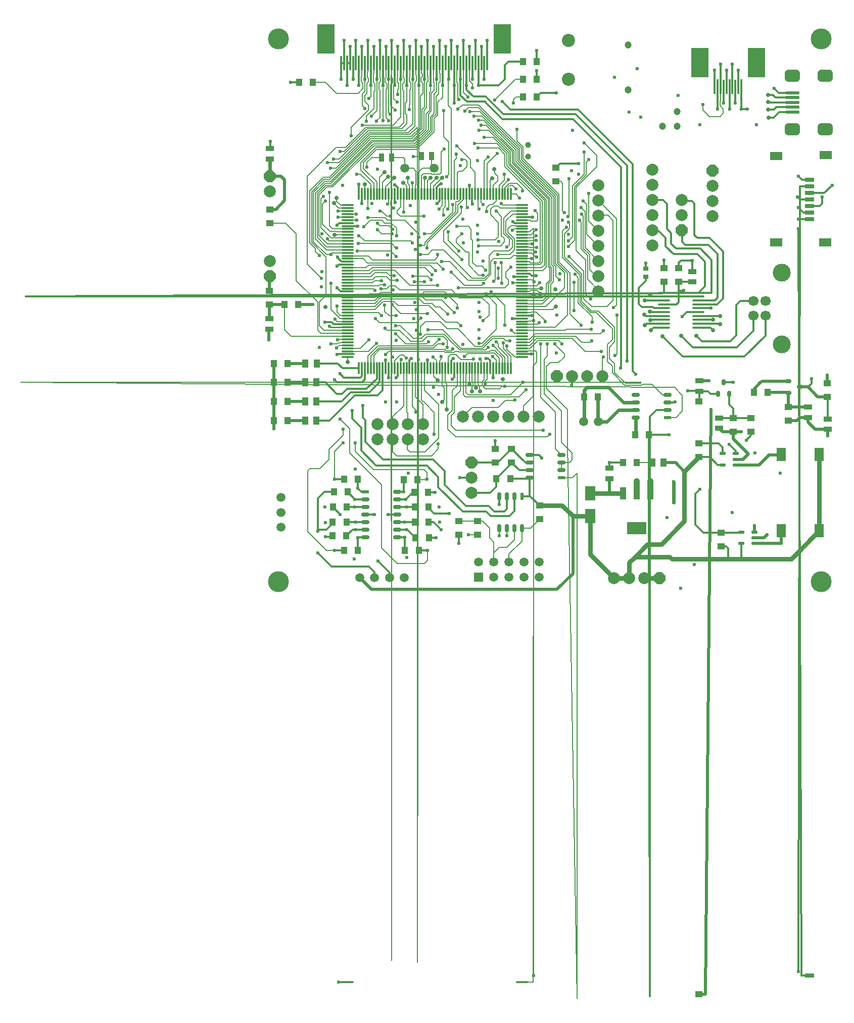
<source format=gtl>
%FSTAX24Y24*%
%MOMM*%
%SFA1B1*%

%IPPOS*%
%AMD11*
4,1,8,-0.508000,-0.304800,0.508000,-0.304800,0.660400,-0.152400,0.660400,0.152400,0.508000,0.304800,-0.508000,0.304800,-0.660400,0.152400,-0.660400,-0.152400,-0.508000,-0.304800,0.0*
1,1,0.304000,-0.508000,-0.152400*
1,1,0.304000,0.508000,-0.152400*
1,1,0.304000,0.508000,0.152400*
1,1,0.304000,-0.508000,0.152400*
%
%AMD15*
4,1,8,-0.500380,0.137160,-0.500380,-0.137160,-0.363220,-0.274320,0.363220,-0.274320,0.500380,-0.137160,0.500380,0.137160,0.363220,0.274320,-0.363220,0.274320,-0.500380,0.137160,0.0*
1,1,0.276000,-0.363220,0.137160*
1,1,0.276000,-0.363220,-0.137160*
1,1,0.276000,0.363220,-0.137160*
1,1,0.276000,0.363220,0.137160*
%
%AMD16*
4,1,8,0.500380,-0.162560,0.500380,0.162560,0.337820,0.325120,-0.337820,0.325120,-0.500380,0.162560,-0.500380,-0.162560,-0.337820,-0.325120,0.337820,-0.325120,0.500380,-0.162560,0.0*
1,1,0.326000,0.337820,-0.162560*
1,1,0.326000,0.337820,0.162560*
1,1,0.326000,-0.337820,0.162560*
1,1,0.326000,-0.337820,-0.162560*
%
%AMD32*
4,1,8,1.249680,-0.500380,1.249680,0.500380,0.749300,1.000760,-0.749300,1.000760,-1.249680,0.500380,-1.249680,-0.500380,-0.749300,-1.000760,0.749300,-1.000760,1.249680,-0.500380,0.0*
1,1,1.000000,0.749300,-0.500380*
1,1,1.000000,0.749300,0.500380*
1,1,1.000000,-0.749300,0.500380*
1,1,1.000000,-0.749300,-0.500380*
%
%AMD33*
4,1,8,1.150620,-0.124460,1.150620,0.124460,1.026160,0.248920,-1.026160,0.248920,-1.150620,0.124460,-1.150620,-0.124460,-1.026160,-0.248920,1.026160,-0.248920,1.150620,-0.124460,0.0*
1,1,0.250000,1.026160,-0.124460*
1,1,0.250000,1.026160,0.124460*
1,1,0.250000,-1.026160,0.124460*
1,1,0.250000,-1.026160,-0.124460*
%
%AMD34*
4,1,8,0.162560,0.500380,-0.162560,0.500380,-0.325120,0.337820,-0.325120,-0.337820,-0.162560,-0.500380,0.162560,-0.500380,0.325120,-0.337820,0.325120,0.337820,0.162560,0.500380,0.0*
1,1,0.326000,0.162560,0.337820*
1,1,0.326000,-0.162560,0.337820*
1,1,0.326000,-0.162560,-0.337820*
1,1,0.326000,0.162560,-0.337820*
%
%AMD35*
4,1,8,0.304800,-0.508000,0.304800,0.508000,0.152400,0.660400,-0.152400,0.660400,-0.304800,0.508000,-0.304800,-0.508000,-0.152400,-0.660400,0.152400,-0.660400,0.304800,-0.508000,0.0*
1,1,0.304000,0.152400,-0.508000*
1,1,0.304000,0.152400,0.508000*
1,1,0.304000,-0.152400,0.508000*
1,1,0.304000,-0.152400,-0.508000*
%
%AMD51*
4,1,8,-1.000760,-0.414020,-0.414020,-1.000760,0.414020,-1.000760,1.000760,-0.414020,1.000760,0.414020,0.414020,1.000760,-0.414020,1.000760,-1.000760,0.414020,-1.000760,-0.414020,0.0*
%
%AMD53*
4,1,8,-0.414020,1.000760,-1.000760,0.414020,-1.000760,-0.414020,-0.414020,-1.000760,0.414020,-1.000760,1.000760,-0.414020,1.000760,0.414020,0.414020,1.000760,-0.414020,1.000760,0.0*
%
%ADD10R,0.999998X1.299997*%
G04~CAMADD=11~8~0.0~0.0~520.1~240.2~59.8~0.0~15~0.0~0.0~0.0~0.0~0~0.0~0.0~0.0~0.0~0~0.0~0.0~0.0~180.0~520.0~240.0*
%ADD11D11*%
%ADD12R,1.269997X0.609999*%
%ADD13R,0.999998X1.399997*%
%ADD14R,1.599997X2.199996*%
G04~CAMADD=15~8~0.0~0.0~216.5~393.7~54.3~0.0~15~0.0~0.0~0.0~0.0~0~0.0~0.0~0.0~0.0~0~0.0~0.0~0.0~90.0~394.0~216.0*
%ADD15D15*%
G04~CAMADD=16~8~0.0~0.0~255.9~393.7~64.2~0.0~15~0.0~0.0~0.0~0.0~0~0.0~0.0~0.0~0.0~0~0.0~0.0~0.0~270.0~394.0~256.0*
%ADD16D16*%
%ADD17O,2.099996X0.299999*%
%ADD18O,0.299999X2.099996*%
%ADD19R,0.299999X4.999990*%
%ADD20R,2.999994X4.999990*%
%ADD21R,0.299999X3.999992*%
%ADD22R,1.499997X0.799998*%
%ADD23R,1.999996X1.449997*%
%ADD24O,2.099996X0.349999*%
%ADD25R,3.249993X2.149996*%
%ADD26R,0.999998X2.149996*%
%ADD27R,1.749997X2.399995*%
%ADD28R,0.849998X1.399997*%
%ADD29R,1.399997X0.849998*%
%ADD30R,1.299997X0.999998*%
%ADD31R,0.899998X0.799998*%
G04~CAMADD=32~8~0.0~0.0~787.4~984.3~196.9~0.0~15~0.0~0.0~0.0~0.0~0~0.0~0.0~0.0~0.0~0~0.0~0.0~0.0~270.0~984.0~787.0*
%ADD32D32*%
G04~CAMADD=33~8~0.0~0.0~196.9~905.5~49.2~0.0~15~0.0~0.0~0.0~0.0~0~0.0~0.0~0.0~0.0~0~0.0~0.0~0.0~270.0~906.0~197.0*
%ADD33D33*%
G04~CAMADD=34~8~0.0~0.0~255.9~393.7~64.2~0.0~15~0.0~0.0~0.0~0.0~0~0.0~0.0~0.0~0.0~0~0.0~0.0~0.0~0.0~255.9~393.7*
%ADD34D34*%
G04~CAMADD=35~8~0.0~0.0~520.1~240.2~59.8~0.0~15~0.0~0.0~0.0~0.0~0~0.0~0.0~0.0~0.0~0~0.0~0.0~0.0~270.0~240.0~520.0*
%ADD35D35*%
%ADD36R,0.609999X1.269997*%
%ADD37C,0.299999*%
%ADD38C,0.152000*%
%ADD39C,0.200000*%
%ADD40C,0.799998*%
%ADD41C,0.499999*%
%ADD42C,0.599999*%
%ADD43C,0.319999*%
%ADD44C,0.999998*%
%ADD45C,0.250000*%
%ADD46C,1.499997*%
%ADD47C,0.699999*%
%ADD48C,1.999996*%
%ADD49C,1.199998*%
%ADD50R,1.499997X1.499997*%
G04~CAMADD=51~4~0.0~0.0~787.5~787.5~0.0~230.6~0~0.0~0.0~0.0~0.0~0~0.0~0.0~0.0~0.0~0~0.0~0.0~0.0~135.0~787.5~787.5*
%ADD51D51*%
%ADD52C,2.199996*%
G04~CAMADD=53~4~0.0~0.0~787.5~787.5~0.0~230.6~0~0.0~0.0~0.0~0.0~0~0.0~0.0~0.0~0.0~0~0.0~0.0~0.0~45.0~787.5~787.5*
%ADD53D53*%
%ADD54C,1.699997*%
%ADD55C,2.999994*%
%ADD56C,0.100000*%
%ADD57C,0.999998*%
%ADD58C,0.599999*%
%ADD59C,3.499993*%
%ADD60C,0.499999*%
%LN769bi_ltdc-1*%
%LPD*%
G54D10*
X642999Y950499D03*
X665999D03*
X641499Y925499D03*
X664499D03*
X640999Y876749D03*
X663999D03*
X641249Y899749D03*
X664249D03*
X800749Y949499D03*
X777749D03*
X760249Y970999D03*
X783249D03*
X801499Y925499D03*
X778499D03*
X1150499Y999999D03*
X1127499D03*
X1085249Y1110249D03*
X1062249D03*
X1171249Y1046749D03*
X1148249D03*
X779749Y873499D03*
X802749D03*
X560499Y1264749D03*
X583499D03*
X1369749Y1117749D03*
X1346749D03*
X542749Y1165999D03*
X565749D03*
X542749Y1134079D03*
X565749D03*
X542749Y1102169D03*
X565749D03*
X542749Y1070249D03*
X565749D03*
X785249Y852249D03*
X762249D03*
X683249Y971499D03*
X660249D03*
X659999Y852749D03*
X682999D03*
X778999Y900249D03*
X801999D03*
X915499Y972499D03*
X938499D03*
X959749Y1671999D03*
X982749D03*
X959749Y1642499D03*
X982749D03*
X959749Y1612999D03*
X982749D03*
X608219Y1637249D03*
X585219D03*
G54D11*
X695829Y900049D03*
Y887349D03*
Y874649D03*
Y938149D03*
Y925449D03*
X749169Y887349D03*
Y900049D03*
Y874649D03*
Y938149D03*
Y950849D03*
Y925449D03*
X695829Y912749D03*
X749169D03*
X1148579Y1075449D03*
Y1088149D03*
Y1113549D03*
Y1100849D03*
X1201919Y1088149D03*
Y1113549D03*
Y1100849D03*
X1024669Y999849D03*
Y1012549D03*
Y987149D03*
X971329Y999849D03*
Y1012549D03*
Y987149D03*
Y974449D03*
G54D12*
X695829Y950849D03*
X1201919Y1075449D03*
X1024669Y974449D03*
G54D13*
X1195499Y999999D03*
X1176499D03*
X595249Y1165749D03*
X614249D03*
X594999Y1133999D03*
X613999D03*
X594999Y1102499D03*
X613999D03*
X594999Y1069999D03*
X613999D03*
G54D14*
X1456499Y1013479D03*
X1392499D03*
X1456499Y885499D03*
X1392499D03*
G54D15*
X1316749Y995749D03*
Y1005249D03*
Y1014749D03*
X1294749D03*
Y995749D03*
X1348249Y864249D03*
Y873749D03*
Y883249D03*
X1326249D03*
Y864249D03*
G54D16*
X1424249Y1126499D03*
X1404249Y1116999D03*
Y1135999D03*
G54D17*
X958469Y1431429D03*
Y1426429D03*
Y1421429D03*
Y1416429D03*
Y1411429D03*
Y1406429D03*
Y1401429D03*
Y1396429D03*
Y1391429D03*
Y1386429D03*
Y1381429D03*
Y1376429D03*
Y1371429D03*
Y1366429D03*
Y1361429D03*
Y1356429D03*
Y1351429D03*
Y1346429D03*
Y1341429D03*
Y1336429D03*
Y1331429D03*
Y1326429D03*
Y1321429D03*
Y1316429D03*
Y1311429D03*
Y1306429D03*
Y1301429D03*
Y1296429D03*
Y1291429D03*
Y1286429D03*
Y128143D03*
Y1276429D03*
Y1271429D03*
Y1266429D03*
Y1261429D03*
Y1256429D03*
Y1251429D03*
Y1246429D03*
Y1241429D03*
Y1236429D03*
Y1231429D03*
Y1226429D03*
Y1221429D03*
Y1216429D03*
Y1211429D03*
Y1206429D03*
Y1201429D03*
Y1196429D03*
Y1191429D03*
Y1186429D03*
Y1181429D03*
Y1176429D03*
X666469D03*
Y1181429D03*
Y1186429D03*
Y1191429D03*
Y1196429D03*
Y1201429D03*
Y1206429D03*
Y1211429D03*
Y1216429D03*
Y1221429D03*
Y1226429D03*
Y1231429D03*
Y1236429D03*
Y1241429D03*
Y1246429D03*
Y1251429D03*
Y1256429D03*
Y1261429D03*
Y1266429D03*
Y1271429D03*
Y1276429D03*
Y128143D03*
Y1286429D03*
Y1291429D03*
Y1296429D03*
Y1301429D03*
Y1306429D03*
Y1311429D03*
Y1316429D03*
Y1321429D03*
Y1326429D03*
Y1331429D03*
Y1336429D03*
Y1341429D03*
Y1346429D03*
Y1351429D03*
Y1356429D03*
Y1361429D03*
Y1366429D03*
Y1371429D03*
Y1376429D03*
Y1381429D03*
Y1386429D03*
Y1391429D03*
Y1396429D03*
Y1401429D03*
Y1406429D03*
Y1411429D03*
Y1416429D03*
Y1421429D03*
Y1426429D03*
Y1431429D03*
G54D18*
X939969Y1157929D03*
X934969D03*
X929969D03*
X924969D03*
X919969D03*
X914969D03*
X909969D03*
X904969D03*
X899969D03*
X894969D03*
X889969D03*
X884969D03*
X879969D03*
X874969D03*
X869969D03*
X864969D03*
X859969D03*
X854969D03*
X849969D03*
X844969D03*
X839969D03*
X834969D03*
X829969D03*
X824969D03*
X819969D03*
X814969D03*
X809969D03*
X804969D03*
X799969D03*
X794969D03*
X789969D03*
X784969D03*
X779969D03*
X774969D03*
X769969D03*
X764969D03*
X759969D03*
X754969D03*
X749969D03*
X744969D03*
X739969D03*
X734969D03*
X729969D03*
X724969D03*
X719969D03*
X714969D03*
X709969D03*
X704969D03*
X699969D03*
X694969D03*
X689969D03*
X684969D03*
Y1449929D03*
X689969D03*
X694969D03*
X699969D03*
X704969D03*
X709969D03*
X714969D03*
X719969D03*
X724969D03*
X729969D03*
X734969D03*
X739969D03*
X744969D03*
X749969D03*
X754969D03*
X759969D03*
X764969D03*
X769969D03*
X774969D03*
X779969D03*
X784969D03*
X789969D03*
X794969D03*
X799969D03*
X804969D03*
X809969D03*
X814969D03*
X819969D03*
X824969D03*
X829969D03*
X834969D03*
X839969D03*
X844969D03*
X849969D03*
X854969D03*
X859969D03*
X864969D03*
X869969D03*
X874969D03*
X879969D03*
X884969D03*
X889969D03*
X894969D03*
X899969D03*
X904969D03*
X909969D03*
X914969D03*
X919969D03*
X924969D03*
X929969D03*
X934969D03*
X939969D03*
G54D19*
X1285999Y1617499D03*
X1290999Y1642499D03*
X1305999Y1617499D03*
X1310999Y1642499D03*
X1325999Y1617499D03*
X660249Y1682249D03*
X680249D03*
X700249D03*
X720249D03*
X740249D03*
X760249D03*
X780249D03*
X800249D03*
X820249D03*
X840249D03*
X860249D03*
X880249D03*
X900249D03*
X665249Y1657249D03*
X685249D03*
X705249D03*
X725249D03*
X745249D03*
X765249D03*
X785249D03*
X805249D03*
X825249D03*
X845249D03*
X865249D03*
X885249D03*
G54D20*
X1255999Y1669999D03*
X1350999D03*
X925249Y1709749D03*
X630249D03*
G54D21*
X1280999Y1637499D03*
X1295999Y1622499D03*
X1300999Y1637499D03*
X1315999Y1622499D03*
X1320999Y1637499D03*
X655249Y1662249D03*
X670249Y1677249D03*
X675249Y1662249D03*
X695249D03*
X715249D03*
X710249Y1677249D03*
X690249D03*
X73025D03*
X735249Y1662249D03*
X750249Y1677249D03*
X755249Y1662249D03*
X770249Y1677249D03*
X775249Y1662249D03*
X790249Y1677249D03*
X795249Y1662249D03*
X810249Y1677249D03*
X815249Y1662249D03*
X830249Y1677249D03*
X835249Y1662249D03*
X850249Y1677249D03*
X855249Y1662249D03*
X870249Y1677249D03*
X875249Y1662249D03*
X890249Y1677249D03*
X895249Y1662249D03*
G54D22*
X1439999Y1397D03*
Y1407999D03*
Y1418999D03*
Y1429999D03*
Y1440999D03*
Y1451999D03*
Y1462999D03*
Y1473999D03*
G54D23*
X1465999Y1368999D03*
X1466999Y1514999D03*
X1383999Y1513999D03*
Y1368999D03*
G54D24*
X1196249Y1284499D03*
Y1277999D03*
Y1271499D03*
Y1264999D03*
Y1258499D03*
Y1251999D03*
Y1245499D03*
Y1238999D03*
Y1232499D03*
Y1225999D03*
X1254249Y1284499D03*
Y1277999D03*
Y1271499D03*
Y1264999D03*
Y1258499D03*
Y1251999D03*
Y1245499D03*
Y1238999D03*
Y1232499D03*
Y1225999D03*
G54D25*
X1150749Y889499D03*
G54D26*
X1127749Y947999D03*
X1150749D03*
X1173749D03*
G54D27*
X1072749Y947749D03*
Y909749D03*
G54D28*
X806999Y1513999D03*
X789499D03*
X740249Y1511249D03*
X722749D03*
G54D29*
X534999Y1240749D03*
Y1223249D03*
X535749Y1525999D03*
Y1508499D03*
X1243749Y1302499D03*
Y1319999D03*
X1104749Y972999D03*
Y990499D03*
X1437249Y1092499D03*
Y1074999D03*
X1288999Y1074499D03*
Y1056999D03*
X1470249Y1072999D03*
Y1055499D03*
X1255249Y1119249D03*
Y1136749D03*
G54D30*
X534999Y1288029D03*
Y1265029D03*
X535999Y1424249D03*
Y1401249D03*
X1195999Y1325499D03*
Y1302499D03*
X1221249Y1325499D03*
Y1302499D03*
X1342249Y1074249D03*
Y1051249D03*
X1291749Y881999D03*
Y858999D03*
X1254749Y1031999D03*
Y1008999D03*
X1312249Y1051249D03*
Y1074249D03*
X1254999Y10795D03*
Y1102499D03*
X987599Y928049D03*
Y905049D03*
X884099Y878799D03*
Y901799D03*
X852249Y901749D03*
Y878749D03*
X1404499Y1092749D03*
Y1069749D03*
X1469749Y1109999D03*
Y1132999D03*
X1015499Y1471249D03*
Y1494249D03*
X940999Y1022999D03*
Y999999D03*
X913249Y1022749D03*
Y999749D03*
G54D31*
X1165749Y1311499D03*
Y1324499D03*
G54D32*
X1466749Y1648749D03*
Y1558749D03*
X1411749Y1648749D03*
Y1558749D03*
G54D33*
X1411749Y1619749D03*
Y1611749D03*
Y1595749D03*
Y1587749D03*
Y1603749D03*
G54D34*
X1296249Y1134749D03*
X1305749Y1114749D03*
X1286749D03*
G54D35*
X932749Y943469D03*
X920049D03*
X945449D03*
X932749Y890129D03*
X920049D03*
X945449D03*
X958149D03*
G54D36*
X958149Y943469D03*
G54D37*
X678349Y938149D02*
X695829D01*
X1022249Y1500999D02*
X1052999D01*
X1015499Y1494249D02*
X1022249Y1500999D01*
X649249Y1342999D02*
Y1344249D01*
Y1342999D02*
X655819Y1336429D01*
X1305999Y1592499D02*
D01*
X1290999Y1667499D02*
D01*
X840249Y1707249D02*
D01*
X974499Y1312999D02*
X981749D01*
X971069Y1316429D02*
X974499Y1312999D01*
X958469Y1316429D02*
X971069D01*
X1170799Y1232229D02*
X1196249D01*
X1163749Y1229999D02*
X1166249Y1232499D01*
X1170529*
X1170799Y1232229*
X1196249D02*
Y1232499D01*
X1163499Y1247499D02*
X1165499Y1245499D01*
X1196249*
X1254249Y1232479D02*
X1281449D01*
X1281469Y1232499D02*
X1289749D01*
X1281449Y1232479D02*
X1281469Y1232499D01*
X1254249Y1232479D02*
Y1232499D01*
Y1245519D02*
X1288499D01*
X1254249Y1245499D02*
Y1245519D01*
X1254749Y1119749D02*
X1255249Y1119249D01*
X1236499Y1119749D02*
X1254749D01*
X697249Y1122999D02*
X714969Y1140719D01*
X665639Y1122999D02*
X697249D01*
X714969Y1140719D02*
Y1157929D01*
X719969Y1134719D02*
Y1157929D01*
X702749Y1117499D02*
X719969Y1134719D01*
X1165749Y1324499D02*
Y1334499D01*
X1366149Y1212149D02*
Y1245749D01*
X1331249Y1177249D02*
X1366149Y1212149D01*
X1227499Y1177249D02*
X1331249D01*
X1193499Y1211249D02*
X1227499Y1177249D01*
X1346249Y1220749D02*
Y1245749D01*
X1317999Y1192499D02*
X1346249Y1220749D01*
X1244749Y1192499D02*
X1317999D01*
X1224749Y1212499D02*
X1244749Y1192499D01*
X1323749Y1270749D02*
X1346249D01*
X1317249Y1264249D02*
X1323749Y1270749D01*
X1317249Y1213249D02*
Y1264249D01*
X1307249Y1203249D02*
X1317249Y1213249D01*
X1259999Y1203249D02*
X1307249D01*
X1250749Y1212499D02*
X1259999Y1203249D01*
X1371249Y1578249D02*
X1380249D01*
X1389749Y1587749*
X1411749*
X1371029Y1591999D02*
X1380499D01*
X1384249Y1595749*
X1411749*
X1371279Y1603749D02*
X1411749D01*
X1371029Y1616249D02*
X1378499D01*
X1382999Y1611749*
X1411749*
X1381249Y1626749D02*
X1388249Y1619749D01*
X1411749*
X1221249Y1287999D02*
Y1302499D01*
Y1268749D02*
Y1287999D01*
X1229249D02*
X1229499Y1288249D01*
X1221249Y1287999D02*
X1229249D01*
X1254249Y1277999D02*
X127D01*
X1276249Y1284249*
Y1339249*
X1256999Y1358499D02*
X1276249Y1339249D01*
X1216499Y1358499D02*
X1256999D01*
X1208499Y1366499D02*
X1216499Y1358499D01*
X1208499Y1366499D02*
Y1384249D01*
X1200999Y1391749D02*
X1208499Y1384249D01*
X1200999Y1391749D02*
Y1433499D01*
X1194549Y1439949D02*
X1200999Y1433499D01*
X1176499Y1439949D02*
X1194549D01*
X1254249Y1284499D02*
X1264749Y1294999D01*
Y1336999*
X1252499Y1349249D02*
X1264749Y1336999D01*
X1211999Y1349249D02*
X1252499D01*
X1199249Y1361999D02*
X1211999Y1349249D01*
X1199249Y1361999D02*
Y1376499D01*
X1188249Y1387499D02*
X1199249Y1376499D01*
X1178149Y1387499D02*
X1188249D01*
X1176499Y1389149D02*
X1178149Y1387499D01*
X1226249Y1439649D02*
X1227149Y1438749D01*
X1242999*
X1247249Y1434499*
Y1380999D02*
Y1434499D01*
Y1380999D02*
X1251999Y1376249D01*
X1272499*
X1295249Y1353499*
Y1274999D02*
Y1353499D01*
X1285249Y1264999D02*
X1295249Y1274999D01*
X1254249Y1264999D02*
X1285249D01*
X1226249Y1388849D02*
X1226999Y1388099D01*
Y1369499D02*
Y1388099D01*
Y1369499D02*
X1231499Y1364999D01*
X1270999*
X1286249Y1349749*
Y1276249D02*
Y1349749D01*
X1281499Y1271499D02*
X1286249Y1276249D01*
X1254249Y1271499D02*
X1281499D01*
X1195999Y1325499D02*
Y1338999D01*
X1165749Y1304499D02*
Y1311499D01*
X1154249Y1292999D02*
X1165749Y1304499D01*
X1154249Y1265249D02*
Y1292999D01*
Y1265249D02*
X1158749Y1260749D01*
X1177499*
X1179749Y1258499*
X1196249*
X1123999Y1158749D02*
Y1495249D01*
X1043999Y1575249D02*
X1123999Y1495249D01*
X1134249Y1169749D02*
Y1497749D01*
X1047999Y1583999D02*
X1134249Y1497749D01*
X1052499Y1591499D02*
X1143999Y1499999D01*
X939249Y1591499D02*
X1052499D01*
X536499Y1526749D02*
Y1538249D01*
X535749Y1525999D02*
X536499Y1526749D01*
X1243749Y1319999D02*
Y1338499D01*
X1224749D02*
X1243749D01*
X1221249Y1334999D02*
X1224749Y1338499D01*
X1221249Y1325499D02*
Y1334999D01*
Y1302499D02*
X1243749D01*
X1217499Y1264999D02*
X1221249Y1268749D01*
X1196249Y1264999D02*
X1217499D01*
X1195999Y1284749D02*
X1196249Y1284499D01*
X1195999Y1284749D02*
Y1302499D01*
X1172999Y1252749D02*
X1173749Y1251999D01*
X1196249*
X1275249Y1258499D02*
D01*
X1254249D02*
X1275249D01*
X729969Y1157929D02*
Y1171469D01*
X958469Y1181429D02*
X974679D01*
X717499Y834499D02*
X736499Y815499D01*
Y806499D02*
Y815499D01*
X643749Y923249D02*
X653999Y912999D01*
X643749Y923249D02*
Y925499D01*
X811249Y914249D02*
X836499D01*
X799999Y925499D02*
X811249Y914249D01*
X711499Y806499D02*
Y816249D01*
X701999Y825749D02*
X711499Y816249D01*
X638999Y825749D02*
X701999D01*
X616499Y848249D02*
X638999Y825749D01*
X616499Y939999D02*
X626999Y950499D01*
X642999*
X648499Y1134749D02*
X690499D01*
X644499Y1138749D02*
X648499Y1134749D01*
X659889Y1142249D02*
X687499D01*
X671249Y1117499D02*
X702749D01*
X656249Y1102499D02*
X671249Y1117499D01*
X613999Y1102499D02*
X656249D01*
X678109Y1111999D02*
X716499D01*
X636109Y1069999D02*
X678109Y1111999D01*
X613999Y1069999D02*
X636109D01*
X657569Y1157929D02*
X684969D01*
X649749Y1165749D02*
X657569Y1157929D01*
X614249Y1165749D02*
X649749D01*
X648749Y1397999D02*
X652179Y1401429D01*
X666469*
X1214849Y1100849D02*
X1214999Y1100999D01*
X1201919Y1100849D02*
X1214849D01*
X1171249Y1046749D02*
X1204749D01*
X1171249D02*
X1172249Y104775D01*
Y1076749*
X1183649Y1088149*
X1201919*
X1312249Y1074249D02*
X1341499D01*
X1311999Y1074499D02*
X1312249Y1074249D01*
X1288999Y1074499D02*
X1311999D01*
X1464999Y1451999D02*
X1477999Y1464999D01*
X1439999Y1451999D02*
X1464999D01*
X1254749Y1008999D02*
X1272999D01*
X1254749Y1031999D02*
X1287999D01*
X1291749Y881999D02*
X1323999D01*
X1300499Y858999D02*
X1303499Y855999D01*
X1291749Y858999D02*
X1300499D01*
X975929Y1411429D02*
X975999Y1411499D01*
X972179Y943469D02*
X987599Y928049D01*
X958149Y943469D02*
X972179D01*
X644499Y852499D02*
X659749D01*
X643999Y971499D02*
X659499D01*
X897999Y1174499D02*
X901499D01*
X666469Y1181429D02*
X676829D01*
X869969Y1449929D02*
Y1464719D01*
X909969Y1142279D02*
Y1157929D01*
X684969Y1449929D02*
Y1465969D01*
X684999Y1465999*
X689969Y1434529D02*
Y1449929D01*
X749969D02*
X749999Y1449959D01*
X958469Y1411429D02*
X975929D01*
X958469Y1246429D02*
X975679D01*
X975749Y1246499*
X942319Y1241429D02*
X958469D01*
X944429Y1311429D02*
X958469D01*
X945319Y1401429D02*
X958469D01*
X943249Y1403499D02*
X945319Y1401429D01*
X819969Y1438219D02*
Y1449929D01*
X815749Y1433999D02*
X819969Y1438219D01*
X666469Y1396429D02*
X683179D01*
X648929Y1181429D02*
X666469D01*
X648749Y1181249D02*
X648929Y1181429D01*
X769969Y1157929D02*
Y1171469D01*
X772749Y1174249*
X799969Y1157929D02*
Y1172029D01*
X859999Y1367999D02*
X860069Y1367929D01*
X778499Y1268019D02*
X778539Y1268059D01*
X778499Y1267999D02*
Y1268019D01*
X1427749Y1473999D02*
X1439999D01*
X1421749Y1479999D02*
X1427749Y1473999D01*
X1423999Y1462999D02*
X1439999D01*
X1421499Y14605D02*
X1423999Y1462999D01*
X1429749Y1418999D02*
X1439999D01*
X1421499Y1427249D02*
X1429749Y1418999D01*
X1421749Y1407999D02*
X1439999D01*
X1426499Y1397D02*
X1439999D01*
X1421499Y1391999D02*
X1426499Y1397D01*
X1104749Y990499D02*
Y999749D01*
X785749Y852499D02*
X799749D01*
X1303499Y838249D02*
Y855999D01*
X1326249Y838249D02*
Y864249D01*
X1325999Y1592499D02*
X1335999D01*
X1255249Y1102749D02*
Y1119249D01*
X1254999Y1102499D02*
X1255249Y1102749D01*
Y1119249D02*
X1269749D01*
X1274249Y1114749*
X1286749*
X1305749Y1096749D02*
Y1114749D01*
Y1096749D02*
X1312499Y1089999D01*
Y1074999D02*
Y1089999D01*
X1311999Y1074499D02*
X1312499Y1074999D01*
X1342249Y1045249D02*
Y1051249D01*
X1333999Y1036999D02*
X1342249Y1045249D01*
X1272999Y1008999D02*
X1286249Y995749D01*
X1294749*
X1287999Y1031999D02*
X1294749Y1025249D01*
Y1014749D02*
Y1025249D01*
X1305249Y1030499D02*
X1316749Y1018999D01*
Y1014749D02*
Y1018999D01*
X1470249Y1072999D02*
Y1109499D01*
X1469749Y1109999D02*
X1470249Y1109499D01*
X734969Y1141779D02*
Y1157929D01*
X716499Y1111999D02*
X724969Y1120469D01*
Y1157929*
X689969Y1144719D02*
Y1157929D01*
X687499Y1142249D02*
X689969Y1144719D01*
X613999Y1133999D02*
X628749D01*
X694969Y1139219D02*
Y1157929D01*
X690499Y1134749D02*
X694969Y1139219D01*
X628749Y1133999D02*
X647999Y1114749D01*
X657389*
X665639Y1122999*
X1261999Y881999D02*
X1291749D01*
X1248749Y895249D02*
X1261999Y881999D01*
X925749Y1604999D02*
X939249Y1591499D01*
X904969Y1157929D02*
Y1171029D01*
X901499Y1174499D02*
X904969Y1171029D01*
X814969Y1449929D02*
Y1460969D01*
X821249Y1467249*
X822749*
X1233999Y1251999D02*
X1254249D01*
X1226499Y1244499D02*
X1233999Y1251999D01*
X1178499Y1225999D02*
X1196249D01*
X1174499Y1221999D02*
X1178499Y1225999D01*
X1173749Y1238999D02*
X1196249D01*
X1173499Y1238749D02*
X1173749Y1238999D01*
X1163749Y1271499D02*
X1196249D01*
X1163749D02*
D01*
X1176749Y1277999D02*
X1196249D01*
X1172749Y1281999D02*
X1176749Y1277999D01*
X1254249Y1225999D02*
X1274499D01*
X1278499Y1221999*
X1289749Y1232499D02*
X1290249Y1231999D01*
X1254249Y1238999D02*
X1278749D01*
X1015499Y1494249D02*
X1018749D01*
X844969Y1142969D02*
Y1157929D01*
X841749Y1139749D02*
X844969Y1142969D01*
X749969Y1144219D02*
Y1157929D01*
X747499Y1141749D02*
X749969Y1144219D01*
X744969Y1436529D02*
Y1449929D01*
Y1436529D02*
X745749Y1435749D01*
X651429Y1331429D02*
X666469D01*
X648749Y1328749D02*
X651429Y1331429D01*
X655819Y1336429D02*
X666469D01*
X654819Y1286429D02*
X666469D01*
X648249Y1292999D02*
X654819Y1286429D01*
X651069Y128143D02*
X666469D01*
X839969Y1157929D02*
Y1170969D01*
X843249Y1174249*
X859249Y1407999D02*
X859319Y1407929D01*
X874969Y1433279D02*
Y1449929D01*
Y1433279D02*
X874999Y1433249D01*
X1439999Y1429999D02*
X1456999D01*
X1461499Y1434499*
Y1444999*
X655249Y1662249D02*
Y1669749D01*
D01*
X658749D01*
X665249Y1657249D02*
Y1669999D01*
X665499Y1669749*
X668749*
X749969Y1449929D02*
Y1461029D01*
X745249Y1465749D02*
X749969Y1461029D01*
X627999Y1235249D02*
X639499D01*
X643319Y1231429*
X666469*
X635499Y1228249D02*
X637319Y1226429D01*
X1104749Y999749D02*
X1127249D01*
X1127499Y999999*
X1123749Y1158499D02*
X1123999Y1158749D01*
X1143999Y1152999D02*
Y1499999D01*
Y1152999D02*
X1148749Y1148249D01*
X1443249Y1132249D02*
Y1139999D01*
X1437499Y1126499D02*
X1443249Y1132249D01*
X1296249Y1134749D02*
X1312499D01*
X1248749Y895249D02*
Y946999D01*
X1256499Y954749*
X678249Y938249D02*
X678349Y938149D01*
X665999Y950499D02*
X678249Y938249D01*
X678499Y925499D02*
X695779D01*
X695829Y925449*
X664499Y925499D02*
X678499D01*
X664249Y899749D02*
X679499D01*
X679799Y900049D02*
X695829D01*
X679499Y899749D02*
X679799Y900049D01*
X639999Y875749D02*
X640999Y876749D01*
X628749Y875749D02*
X639999D01*
X663999Y876749D02*
X674499Y887249D01*
X680249*
X695729*
X695829Y887349*
X682999Y852749D02*
Y873749D01*
X683899Y874649D02*
X695829D01*
X682999Y873749D02*
X683899Y874649D01*
X695829Y912749D02*
X710749D01*
X733749D02*
X749169D01*
Y900049D02*
X749369Y900249D01*
X801999D02*
X810249D01*
X823249Y887249*
X762249Y852249D02*
Y874499D01*
X749169Y874649D02*
X762099D01*
X762249Y874499*
X749169Y887349D02*
X765649D01*
X765749Y887249*
X765999*
X779749Y873499*
X802749D02*
X814749D01*
X778449Y925449D02*
X778499Y925499D01*
X749169Y938149D02*
X763899D01*
X763999Y938249*
X775249Y949499*
X777749*
X749169Y950849D02*
X760149D01*
X760249Y950749*
Y970999*
X800749Y949499D02*
X812749D01*
X920049Y929549D02*
Y943469D01*
X919999Y929499D02*
X920049Y929549D01*
X653749Y1148389D02*
X659889Y1142249D01*
X653749Y1148389D02*
Y1148499D01*
X691999Y1074939D02*
Y1095749D01*
Y1074939D02*
X696269Y1070669D01*
Y1034389D02*
Y1070669D01*
Y1034389D02*
X725889Y1004769D01*
X673999Y1073249D02*
Y1087249D01*
Y1073249D02*
X688749Y1058499D01*
Y1019999D02*
Y1058499D01*
Y1019999D02*
X713999Y994749D01*
X798999*
X945449Y943469D02*
X945499Y943419D01*
X937249Y910249D02*
X945499Y918499D01*
Y943419*
X898249Y917749D02*
X905749Y910249D01*
X937249*
X911749Y917999D02*
X928999D01*
X932749Y921749*
Y943469*
X902749Y926999D02*
X911749Y917999D01*
X986949Y1012549D02*
X991749Y1007749D01*
X971329Y1012549D02*
X986949D01*
X971329Y944319D02*
Y974449D01*
Y944319D02*
X972179Y943469D01*
X798999Y994749D02*
X818249Y975499D01*
X725889Y1004769D02*
X809229D01*
X828669Y985329*
X818249Y958499D02*
Y975499D01*
Y958499D02*
X858999Y917749D01*
X898249*
X828669Y962329D02*
Y985329D01*
Y962329D02*
X863999Y926999D01*
X902749*
X873799Y999749D02*
X913249D01*
X915499Y959499D02*
Y972499D01*
X905249Y949249D02*
X915499Y959499D01*
X873999Y949249D02*
X905249D01*
X873749Y948999D02*
X873999Y949249D01*
X873349Y973999D02*
X873749Y974399D01*
X853999Y973999D02*
X873349D01*
X938499Y972499D02*
X969379D01*
X971329Y974449*
X915499Y972499D02*
X940999Y997999D01*
Y999999*
X953849Y987149*
X971329*
X913249Y999749D02*
X917749D01*
X940999Y1022999*
X964149Y999849*
X971329*
X913249Y1022749D02*
Y1036249D01*
X852249Y864499D02*
Y878749D01*
X639999Y900999D02*
X641249Y899749D01*
X616499Y884749D02*
Y939999D01*
X641249Y897749D02*
Y899749D01*
X630499Y886999D02*
X641249Y897749D01*
X618749Y886999D02*
X630499D01*
X616499Y884749D02*
X618749Y886999D01*
X749169Y925449D02*
X778449D01*
X749169Y900049D02*
X761949D01*
X762Y899999*
X779499D02*
X779749Y899749D01*
X762Y899999D02*
X779499D01*
X683249Y956749D02*
Y971499D01*
Y956749D02*
X689049Y950949D01*
X695729*
X1042049Y1128549D02*
Y1144249D01*
X1041749Y1128249D02*
X1042049Y1128549D01*
X570499Y1637249D02*
X585219D01*
X989499Y1619749D02*
X1015749D01*
X982749Y1612999D02*
X989499Y1619749D01*
X982749Y1671999D02*
Y1690499D01*
D01*
Y1642499D02*
Y1656499D01*
D01*
X935499Y1671999D02*
X959749D01*
X929749Y1666249D02*
X935499Y1671999D01*
X929749Y1642249D02*
Y1666249D01*
X919749Y1632249D02*
X929749Y1642249D01*
X885249Y1632249D02*
Y1657249D01*
Y1632249D02*
X919749D01*
X845249D02*
Y1657249D01*
X865999Y1604749D02*
X896499D01*
X865249Y1624999D02*
Y1632249D01*
Y1624999D02*
X876749Y1613499D01*
X845249Y1602249D02*
D01*
Y1632249*
X855249Y1642249D02*
Y1662249D01*
Y1615499D02*
Y1642249D01*
Y1615499D02*
X865999Y1604749D01*
X896499D02*
X898479Y1602769D01*
Y1602259D02*
Y1602769D01*
Y1602259D02*
X925489Y1575249D01*
X1043999*
X876749Y1613499D02*
X897249D01*
X926749Y1583999*
X1047999*
X1285999Y1592499D02*
D01*
G54D38*
X774969Y1449929D02*
Y1469029D01*
X766749Y1467999D02*
Y1477499D01*
X958469Y1361429D02*
X970679D01*
X970749Y1361499*
X972249Y1359999*
X991999Y1335749D02*
Y1425499D01*
X996179Y1331179D02*
Y1438929D01*
X999219Y1327469D02*
Y1440189D01*
X1002259Y1328039D02*
Y1441439D01*
X1005299Y1329299D02*
Y1442699D01*
X1008339Y1330559D02*
Y1443959D01*
X1011379Y1331819D02*
Y1445219D01*
X1014419Y1333079D02*
Y1446479D01*
X1017459Y1334339D02*
Y1447739D01*
X1020499Y1335599D02*
Y1448999D01*
X986419Y1334469D02*
X988959Y1337009D01*
X972639Y1334469D02*
X986419D01*
X987679Y1331429D02*
X991999Y1335749D01*
X958469Y1331429D02*
X987679D01*
X991429Y1326429D02*
X996179Y1331179D01*
X958469Y1326429D02*
X991429D01*
X993179Y1321429D02*
X999219Y1327469D01*
X958469Y1321429D02*
X993179D01*
X1029499Y1344499D02*
Y1383749D01*
X1060999Y1438249D02*
X1066959Y1432289D01*
Y1382439D02*
Y1432289D01*
X1069999Y1404799D02*
Y1450749D01*
X1057249Y1427249D02*
X1063919Y1420579D01*
Y1360079D02*
Y1420579D01*
X1057999Y1415999D02*
X1060879Y1413119D01*
Y1358819D02*
Y1413119D01*
X1054499Y1405999D02*
X1057839Y1402659D01*
Y1357559D02*
Y1402659D01*
X1069999Y1404799D02*
X1085999Y1388799D01*
X1066959Y1382439D02*
X1085999Y1363399D01*
X1063919Y1360079D02*
X1085999Y1337999D01*
X1081899Y1312599D02*
X1085999D01*
X1049079Y1461229D02*
X1083499Y1495649D01*
X1046039Y1372039D02*
Y1462489D01*
X1035999Y1361999D02*
X1046039Y1372039D01*
Y1462489D02*
X1065539Y1481989D01*
X1042999Y1463749D02*
X1062499Y1483249D01*
X1042999Y1378499D02*
Y1463749D01*
X1035999Y1371499D02*
X1042999Y1378499D01*
X1036249Y1402499D02*
X1038029Y1400719D01*
Y1392309D02*
Y1400719D01*
X1036249Y1390529D02*
X1038029Y1392309D01*
X1036249Y1390499D02*
Y1390529D01*
X1029499Y1383749D02*
X1036249Y1390499D01*
X1037499Y1413999D02*
Y1475499D01*
X1035249Y1411749D02*
X1037499Y1413999D01*
X1110999Y1271749D02*
Y1405249D01*
X1101999Y1414249D02*
X1110999Y1405249D01*
X919249Y1526999D02*
X929959Y1516289D01*
Y1496039D02*
Y1516289D01*
Y1496039D02*
X988999Y1436999D01*
X932999Y1497299D02*
Y1517549D01*
Y1497299D02*
X992039Y1438259D01*
X916049Y1534499D02*
X932999Y1517549D01*
X909849Y1544999D02*
X936039Y1518809D01*
Y1499069D02*
Y1518809D01*
Y1499069D02*
X996179Y1438929D01*
X871499Y1588499D02*
X887849D01*
X877749Y1580749D02*
X891299D01*
X885749Y1573999D02*
X893749D01*
X898199Y1565249D02*
X942119Y1521329D01*
X889999Y1565249D02*
X898199D01*
X886249Y1556499D02*
X902659D01*
X895249Y1544999D02*
X909849D01*
X939079Y1500329D02*
Y1520079D01*
X902659Y1556499D02*
X939079Y1520079D01*
X942119Y1501579D02*
Y1521329D01*
X945159Y1502839D02*
Y1522589D01*
X893749Y1573999D02*
X945159Y1522589D01*
X948199Y1504099D02*
Y1523849D01*
X891299Y1580749D02*
X948199Y1523849D01*
X951239Y1505359D02*
Y1525109D01*
X887849Y1588499D02*
X951239Y1525109D01*
X954279Y1506619D02*
Y1526369D01*
X957319Y1507879D02*
Y1527629D01*
X960359Y1509139D02*
Y1528889D01*
X950249Y1538999D02*
X960359Y1528889D01*
X950249Y1538999D02*
Y1558999D01*
X939079Y1500329D02*
X999219Y1440189D01*
X942119Y1501579D02*
X1002259Y1441439D01*
X945159Y1502839D02*
X1005299Y1442699D01*
X948199Y1504099D02*
X1008339Y1443959D01*
X951239Y1505359D02*
X1011379Y1445219D01*
X954279Y1506619D02*
X1014419Y1446479D01*
X957319Y1507879D02*
X1017459Y1447739D01*
X960359Y1509139D02*
X1020499Y1448999D01*
X970679Y1336429D02*
X972639Y1334469D01*
X988959Y1436959D02*
X988999Y1436999D01*
X1002259Y1328039D02*
X1004669Y1325629D01*
Y1305739D02*
Y1325629D01*
X1005299Y1329299D02*
X1007709Y1326889D01*
Y1304479D02*
Y1326889D01*
X1008339Y1330559D02*
X1010749Y1328149D01*
X1011379Y1331819D02*
X1014999Y1328199D01*
Y1312249D02*
Y1328199D01*
X694969Y1465969D02*
X694999Y1465999D01*
X694969Y1449929D02*
Y1465969D01*
X704969Y1449929D02*
Y1466329D01*
X687799Y1483499D02*
X704969Y1466329D01*
X958469Y1336429D02*
X970679D01*
X598749Y1332249D02*
Y1479999D01*
Y1332249D02*
X622249Y1308749D01*
X598749Y1479999D02*
X646749Y1527999D01*
X603019Y1455199D02*
X625649Y1477829D01*
X603019Y1367679D02*
Y1455199D01*
Y1367679D02*
X612249Y1358449D01*
Y1353749D02*
Y1358449D01*
X606059Y1368939D02*
X630249Y1344749D01*
X630299Y1348999D02*
X637999D01*
X609099Y1370199D02*
X630299Y1348999D01*
X632749Y1502499D02*
X651749D01*
X612249Y1353749D02*
X618999Y1346999D01*
X606059Y1453939D02*
X626909Y1474789D01*
X606059Y1368939D02*
Y1453939D01*
X609099Y1370199D02*
Y1452679D01*
X628169Y1471749*
X635679Y1477829D02*
X704629Y1546779D01*
X625649Y1477829D02*
X635679D01*
X626909Y1474789D02*
X636939D01*
X628169Y1471749D02*
X638199D01*
X636939Y1474789D02*
X705289Y1543139D01*
X638199Y1471749D02*
X706529Y1540079D01*
X637999Y1348999D02*
X640429Y1351429D01*
X666469*
X630819Y1356429D02*
X666469D01*
X61214Y1375109D02*
X630819Y1356429D01*
X61214Y1375109D02*
Y1451419D01*
X630819Y1361429D02*
X666469D01*
X615179Y1377069D02*
X630819Y1361429D01*
X615179Y1377069D02*
Y1450169D01*
X632319Y1366429D02*
X666469D01*
X618219Y1380529D02*
X632319Y1366429D01*
X618219Y1380529D02*
Y1448719D01*
X805969Y1483999D02*
X806749Y1483219D01*
X793499Y1483999D02*
X805969D01*
X891469Y1129309D02*
Y1135519D01*
Y1129309D02*
X897529Y1123249D01*
X891469Y1135519D02*
X894969Y1139019D01*
Y1157929*
X884969Y1130449D02*
Y1157929D01*
Y1130449D02*
X887529Y1127889D01*
Y1119969D02*
Y1127889D01*
Y1119969D02*
X888249Y1119249D01*
X897529Y1123249D02*
X92075D01*
X879969Y1127279D02*
X881749Y1125499D01*
X879969Y1127279D02*
Y1157929D01*
X869969Y1131779D02*
X870499Y1131249D01*
X869969Y1131779D02*
Y1157929D01*
X874969Y1134949D02*
Y1157929D01*
Y1134949D02*
X876279Y1133639D01*
Y1128199D02*
Y1133639D01*
X874969Y1126889D02*
X876279Y1128199D01*
X874969Y1119469D02*
Y1126889D01*
X874749Y1119249D02*
X874969Y1119469D01*
X863499Y1109999D02*
X952999D01*
X859969Y1113529D02*
X863499Y1109999D01*
X859969Y1113529D02*
Y1157929D01*
X868259Y1113039D02*
X939039D01*
X864719Y1116579D02*
X868259Y1113039D01*
X864719Y1116579D02*
Y1157679D01*
X939039Y1113039D02*
X959999Y1133999D01*
X619999Y989999D02*
X635Y1004999D01*
X60325Y989999D02*
X619999D01*
X599249Y985999D02*
X60325Y989999D01*
X635Y1004999D02*
Y1021749D01*
X599249Y883749D02*
Y985999D01*
X952999Y1109999D02*
X964999Y1121999D01*
X624299Y1399449D02*
Y1433549D01*
Y1399449D02*
X636499Y1387249D01*
X641579*
X642109Y1387779*
X646889*
X648239Y1386429*
X666469*
X638069Y1376429D02*
X666469D01*
X621259Y1393239D02*
X638069Y1376429D01*
X631999Y1374749D02*
X635319Y1371429D01*
X640569Y1391429D02*
X666469D01*
X864719Y1157679D02*
X864969Y1157929D01*
X869969D02*
D01*
X896749Y1131499D02*
Y1136499D01*
X943969Y1346679D02*
X958219D01*
X939039Y1341749D02*
X943969Y1346679D01*
X958219D02*
X958469Y1346429D01*
X973139Y1288389D02*
X983359D01*
X971179Y1286429D02*
X973139Y1288389D01*
X958469Y1286429D02*
X971179D01*
X958469Y1275969D02*
Y1276429D01*
X775039Y1644829D02*
X775169D01*
X852009Y1292749D02*
X929289D01*
X769499Y1599249D02*
X769999Y1599749D01*
X769499Y1591999D02*
Y1599249D01*
X705279Y1613779D02*
Y1632249D01*
X781469Y1639749D02*
Y1648529D01*
X780249Y1649749D02*
X781469Y1648529D01*
X780249Y1649749D02*
Y1669749D01*
X918969Y1308679D02*
X918999Y1308709D01*
X918469Y1308179D02*
X918969Y1308679D01*
X918999Y1308709D02*
Y1325499D01*
X699969Y1426029D02*
X699999Y1425999D01*
X699969Y1426029D02*
Y1449929D01*
X743249Y1609749D02*
Y1630249D01*
X704969Y1153529D02*
X705999Y1152499D01*
X704969Y1153529D02*
Y1157929D01*
X759969Y1094719D02*
Y1157929D01*
X741819Y1076569D02*
X759969Y1094719D01*
X741819Y1064219D02*
Y1076569D01*
X979999Y1421999D02*
X984749Y1417249D01*
Y1406749D02*
Y1417249D01*
X982749Y1404749D02*
X984749Y1406749D01*
X973249Y1404749D02*
X982749D01*
X971569Y1406429D02*
X973249Y1404749D01*
X958469Y1406429D02*
X971569D01*
X560219Y1222529D02*
X571319Y1211429D01*
X560219Y1222529D02*
Y1265029D01*
X535999Y1401249D02*
X562249D01*
X580249Y1383249*
Y1304749D02*
Y1383249D01*
X794219Y988279D02*
X799499Y982999D01*
X621259Y1393239D02*
Y1441759D01*
X630249Y1279879D02*
Y1344749D01*
X621069Y1216429D02*
X666469D01*
Y1168529D02*
X666499Y1168499D01*
X666469Y1168529D02*
Y1176429D01*
X886499Y1199749D02*
X891749D01*
X915499Y1223499*
X958089Y1211289D02*
X958209Y1211169D01*
X908029Y1211289D02*
X958089D01*
X891209Y1194469D02*
X908029Y1211289D01*
X879779Y1194469D02*
X891209D01*
X915499Y1223499D02*
Y1264649D01*
X790219Y1207719D02*
X797069Y1214569D01*
X77597Y1207719D02*
X790219D01*
X709969Y1449929D02*
Y1467779D01*
X687999Y1489749D02*
X709969Y1467779D01*
X687999Y1489749D02*
Y1502549D01*
X681499Y1483499D02*
X687799D01*
X666399Y1246499D02*
X666469Y1246429D01*
X777749Y1303249D02*
X795249D01*
X775509Y1312249D02*
X799749D01*
X805999Y1305999*
X738539Y1284789D02*
X742749Y1288999D01*
X753249Y1289249D02*
X840499D01*
X746249Y1296249D02*
X753249Y1289249D01*
X736749Y1296249D02*
X746249D01*
X737109Y1312999D02*
X744249D01*
X737679Y1305249D02*
X748999D01*
X731429Y1311499D02*
X737679Y1305249D01*
X707679Y1306429D02*
X712749Y1311499D01*
X705179Y1311429D02*
X712249Y1318499D01*
X666469Y1311429D02*
X705179D01*
X796249Y1272249D02*
X823749D01*
X791249Y1277249D02*
X796249Y1272249D01*
X823749D02*
X844999Y1250999D01*
X838969Y1180969D02*
X847529D01*
X912639Y1188009D02*
X924969Y1175679D01*
X834969Y1176969D02*
X838969Y1180969D01*
X834969Y1157929D02*
Y1176969D01*
X839719Y1187219D02*
X842749Y1190249D01*
X772279Y1202719D02*
X791429D01*
X827689Y1214569D02*
X836289Y1205969D01*
X797069Y1214569D02*
X827689D01*
X791429Y1202719D02*
X800239Y1211529D01*
X826399D02*
X833219Y1204709D01*
X800239Y1211529D02*
X826399D01*
X833219Y1204709D02*
X833249D01*
X836289Y1205939D02*
Y1205969D01*
X719739Y1189169D02*
X829109D01*
X709969Y1179409D02*
X719739Y1189169D01*
X810009Y1192209D02*
X816799Y1198999D01*
X718479Y1192209D02*
X810009D01*
X704969Y1178699D02*
X718479Y1192209D01*
X833249Y1192499D02*
Y1204709D01*
X808389Y1176999D02*
X808999D01*
X808389D02*
X814969Y1170419D01*
X700219Y1158179D02*
Y1178249D01*
X717219Y1195249D02*
X808749D01*
X700219Y1178249D02*
X717219Y1195249D01*
X797499Y1198499D02*
X801499Y1202499D01*
X763649Y1198499D02*
X797499D01*
X746719Y1215429D02*
X763649Y1198499D01*
X808749Y1195249D02*
X819749Y1206249D01*
X739969Y1174719D02*
X741999Y1176749D01*
X933249Y1360999D02*
X937009Y1364759D01*
X910999Y1354499D02*
X935979D01*
X903179Y1346679D02*
X910999Y1354499D01*
X922539Y1363289D02*
X928749Y1369499D01*
X885539Y1363289D02*
X922539D01*
X885249Y1362999D02*
X885539Y1363289D01*
X937929Y1348999D02*
X945329Y1356399D01*
X917999Y1348999D02*
X937929D01*
X854969Y1440589D02*
Y1449929D01*
X851539Y1437149D02*
X854969Y1440589D01*
X848099Y1437149D02*
X851539D01*
X847709Y1436759D02*
X848099Y1437149D01*
X842249Y1419789D02*
Y1432249D01*
X795959Y1365209D02*
Y1369199D01*
X794999Y1364249D02*
X795959Y1365209D01*
X798999Y1367939D02*
X850749Y1419689D01*
X798999Y1359249D02*
Y1367939D01*
X1083499Y1495649D02*
Y1514749D01*
X1062499Y1535749D02*
X1083499Y1514749D01*
X1070249Y1507749D02*
D01*
X1065539Y1503039D02*
X1070249Y1507749D01*
X1065539Y1481989D02*
Y1503039D01*
X1062499Y1483249D02*
Y1520749D01*
X1085949Y1414249D02*
X1101999D01*
X973499Y1372499D02*
X981249D01*
X972429Y1371429D02*
X973499Y1372499D01*
X958469Y1371429D02*
X972429D01*
X958469Y1376429D02*
X978179D01*
X958469Y1366429D02*
X975179D01*
X848249Y1509749D02*
Y1516999D01*
X844969Y1506469D02*
X848249Y1509749D01*
X839969Y1449929D02*
Y1593529D01*
X835999Y1482999D02*
Y1536999D01*
X844969Y1449929D02*
Y1506469D01*
X755039Y1620109D02*
X755529Y1619609D01*
X742499Y1565749D02*
X755529Y1578779D01*
Y1619609*
X750249Y1616999D02*
X750499Y1617249D01*
X779969Y1449929D02*
X780249Y1450209D01*
X958469Y1261429D02*
X997929D01*
X723719Y1406279D02*
X728499Y1401499D01*
X693469Y1395179D02*
X704569Y1406279D01*
X723719*
X716249Y1400999D02*
X720499Y1396749D01*
X906969Y1285679D02*
X929969Y1262679D01*
X826999Y1355999D02*
X874279Y1308719D01*
X837249Y1336499D02*
X868069Y1305679D01*
X903179Y1316449D02*
Y1346679D01*
X895449Y1308719D02*
X903179Y1316449D01*
X874279Y1308719D02*
X895449D01*
X868069Y1305679D02*
X896709D01*
X906219Y1315189D02*
Y1337179D01*
X896709Y1305679D02*
X906219Y1315189D01*
X885749Y1313999D02*
X893259D01*
X931219Y1318769D02*
X939879Y1327429D01*
X958119Y1396779D02*
X958469Y1396429D01*
X1085949Y1414249D02*
X1085999Y1414199D01*
X958469Y1356429D02*
X958819Y1356779D01*
X919969Y1464749D02*
X928499Y1473279D01*
X919969Y1449929D02*
Y1464749D01*
X928499Y1473279D02*
Y1483499D01*
X924969Y1462969D02*
X935749Y1473749D01*
X924969Y1449929D02*
Y1462969D01*
X929969Y1460519D02*
X937239Y1467789D01*
X929969Y1449929D02*
Y1460519D01*
X958999Y1455499D02*
Y1458749D01*
X94996Y1467789D02*
X958999Y1458749D01*
X937239Y1467789D02*
X94996D01*
X941999Y1464749D02*
X948249Y1458499D01*
X938499Y1464749D02*
X941999D01*
X934969Y1461219D02*
X938499Y1464749D01*
X934969Y1449929D02*
Y1461219D01*
X948069Y1449929D02*
X954249Y1443749D01*
X939969Y1449929D02*
X948069D01*
X1019469Y1204779D02*
X1025499Y1198749D01*
X1042179Y1207819D02*
X1063999Y1185999D01*
X1201919Y1075449D02*
X1216449D01*
X1226749Y1085749*
Y1112749*
X1213749Y1125749D02*
X1226749Y1112749D01*
X1194499Y1125749D02*
X1213749D01*
X977499Y1392999D02*
Y1397D01*
X970929Y1386429D02*
X977499Y1392999D01*
X958469Y1386429D02*
X970929D01*
X973779Y1381779D02*
X982499Y1390499D01*
X958819Y1381779D02*
X973779D01*
X958469Y1381429D02*
X958819Y1381779D01*
X1058069Y1201429D02*
X1072429D01*
X1074999Y1203999*
X976749Y1161499D02*
X983249Y1167999D01*
Y1184499*
X976749Y1110749D02*
Y1161499D01*
X997249Y1235749D02*
Y1237499D01*
X982499Y1252249D02*
X997249Y1237499D01*
X972749Y1252249D02*
X982499D01*
X971929Y1251429D02*
X972749Y1252249D01*
X958469Y1251429D02*
X971929D01*
X997929Y1261429D02*
X1029249Y1292749D01*
X794999Y830749D02*
X799999Y835749D01*
X749249Y830749D02*
X794999D01*
X722999Y856999D02*
X749249Y830749D01*
X630499Y852499D02*
X644499D01*
X599249Y883749D02*
X630499Y852499D01*
X799749D02*
X799999Y852249D01*
Y835749D02*
Y852249D01*
X722999Y856999D02*
Y962499D01*
X669999Y1015499D02*
X722999Y962499D01*
X643999Y971499D02*
Y1017999D01*
X658499Y1032499*
X650069Y1421429D02*
X666469D01*
X680929Y1416429D02*
X680999Y1416499D01*
X666469Y1416429D02*
X680929D01*
X650069Y1411429D02*
X666469D01*
X681179Y1406429D02*
X681249Y1406499D01*
X666469Y1406429D02*
X681179D01*
X635499Y1448719D02*
Y1452749D01*
Y1448719D02*
X635529Y1448689D01*
Y1444309D02*
Y1448689D01*
X624299Y1433549D02*
X628999Y1438249D01*
X621259Y1441759D02*
X625499Y1445999D01*
X618219Y1448719D02*
X631419Y1461919D01*
X61214Y1451419D02*
X628719Y1467999D01*
X615179Y1450169D02*
X629979Y1464959D01*
X646799Y1493249D02*
X703369Y1549819D01*
X637499Y1493249D02*
X646799D01*
X635499Y1444279D02*
X635529Y1444309D01*
X635499Y1396499D02*
Y1444279D01*
Y1396499D02*
X640569Y1391429D01*
X1063999Y1185999D02*
X1090999D01*
X809969Y1638279D02*
X811249Y1636999D01*
X869969Y1640029D02*
Y1646939D01*
X749219Y1422179D02*
X754969Y1427929D01*
X800249Y1647219D02*
Y1669749D01*
Y1647219D02*
X800529Y1646939D01*
Y1639029D02*
Y1646939D01*
X810249Y1647219D02*
Y1669749D01*
X809969Y1646939D02*
X810249Y1647219D01*
X809969Y1638279D02*
Y1646939D01*
X717569Y1251429D02*
X722749Y1246249D01*
X666469Y1251429D02*
X717569D01*
X774899Y1368249D02*
X775009D01*
X771969Y1371179D02*
X774899Y1368249D01*
X694969Y1371179D02*
X771969D01*
X682469Y1354429D02*
X738469D01*
X870249Y1647219D02*
Y1669749D01*
X869969Y1646939D02*
X870249Y1647219D01*
X859969Y1620279D02*
Y1634439D01*
X817329Y1604079D02*
X825249Y1611999D01*
X817329Y1582679D02*
Y1604079D01*
X814289Y1613289D02*
X818999Y1617999D01*
X814289Y1583939D02*
Y1613289D01*
X714629Y1524879D02*
X781569D01*
X825249Y1611999D02*
Y1632249D01*
X714969Y1449929D02*
Y1470229D01*
X692849Y1492349D02*
X714969Y1470229D01*
X692849Y1503099D02*
X714629Y1524879D01*
X692849Y1492349D02*
Y1503099D01*
X820999Y1638499D02*
Y1651999D01*
X820249Y1652749D02*
X820999Y1651999D01*
X820249Y1652749D02*
Y1669749D01*
X818999Y1636499D02*
X820999Y1638499D01*
X818999Y1617999D02*
Y1636499D01*
X687999Y1502549D02*
X713369Y1527919D01*
X811249Y1585279D02*
Y1617999D01*
X809309Y1583339D02*
X811249Y1585279D01*
X809309Y1583249D02*
Y1583339D01*
X804959Y1578899D02*
X809309Y1583249D01*
X806309Y1588739D02*
Y1618989D01*
X801789Y1584219D02*
X806309Y1588739D01*
X803269Y1589999D02*
Y1620249D01*
X797159Y1583889D02*
X803269Y1589999D01*
X804959Y1577269D02*
Y1578899D01*
X801789Y1557999D02*
Y1584219D01*
X797159Y1557659D02*
Y1583889D01*
X811039Y1576389D02*
X817329Y1582679D01*
X807999Y1577649D02*
X814289Y1583939D01*
X811039Y1565119D02*
Y1576389D01*
X811019Y1565099D02*
X811039Y1565119D01*
X807999Y1567269D02*
Y1577649D01*
X807979Y1567249D02*
X807999Y1567269D01*
X781569Y1524879D02*
X811019Y1554329D01*
Y1565099*
X807979Y1555589D02*
Y1567249D01*
X780309Y1527919D02*
X807979Y1555589D01*
X713369Y1527919D02*
X780309D01*
X779049Y1530959D02*
X804939Y1556849D01*
X710299Y1530959D02*
X779049D01*
X777799Y1533999D02*
X801789Y1557999D01*
X709049Y1533999D02*
X777799D01*
X776539Y1537039D02*
X797159Y1557659D01*
X707789Y1537039D02*
X776539D01*
X774019Y1543119D02*
X791079Y1560179D01*
X707239Y1543119D02*
X774019D01*
X773379Y1546779D02*
X788039Y1561439D01*
X704629Y1546779D02*
X773379D01*
X702109Y1552859D02*
X768109D01*
X806309Y1618989D02*
X811249Y1623929D01*
Y1636999*
X804939Y1577249D02*
X804959Y1577269D01*
X804939Y1556849D02*
Y1577249D01*
X641269Y1461919D02*
X710299Y1530959D01*
X640009Y1464959D02*
X709049Y1533999D01*
X638749Y1467999D02*
X707789Y1537039D01*
X631419Y1461919D02*
X641269D01*
X629979Y1464959D02*
X640009D01*
X628719Y1467999D02*
X638749D01*
X805249Y1622229D02*
Y1632249D01*
X803269Y1620249D02*
X805249Y1622229D01*
X815249Y1621999D02*
Y1644749D01*
X811249Y1617999D02*
X815249Y1621999D01*
X798749Y1594699D02*
Y1637249D01*
X791079Y1560179D02*
Y1591329D01*
X795249Y1595499*
Y1644749*
X705289Y1543139D02*
X708499D01*
X775509Y1568259D02*
Y1644489D01*
X755039Y1620109D02*
Y1644829D01*
X699829Y1555899D02*
X763149D01*
X698669Y1559039D02*
X756979D01*
X690499Y1565749D02*
X742499D01*
X651749Y1502499D02*
X702109Y1552859D01*
X652179Y1508249D02*
X699829Y1555899D01*
X660629Y1520999D02*
X698669Y1559039D01*
X763149Y1555899D02*
X775509Y1568259D01*
X642749Y1508249D02*
X652179D01*
X763029Y1584969D02*
X765499Y1582499D01*
X763029Y1584969D02*
Y1603029D01*
X73025Y1578169D02*
Y1625749D01*
X720249Y1578169D02*
Y1624249D01*
X725249Y1572999D02*
Y1632249D01*
X715279Y1589969D02*
Y1644829D01*
X735039Y1586709D02*
Y1642249D01*
X738249Y1598499D02*
X745749Y1590999D01*
X705999Y1580679D02*
X715279Y1589969D01*
X697999Y1580499D02*
X710499Y1592999D01*
X769999Y1599749D02*
Y1624749D01*
X752829Y1562079D02*
X759989Y1569239D01*
X757059Y1559059D02*
X765499Y1567499D01*
X756999Y1559059D02*
X757059D01*
X756979Y1559039D02*
X756999Y1559059D01*
X653999Y1520999D02*
X660629D01*
X851249Y1592249D02*
X858249Y1599249D01*
X885499Y1573749D02*
X885749Y1573999D01*
X878749Y1534499D02*
X916049D01*
X884749Y1526999D02*
X919249D01*
X899969Y1500969D02*
X916999Y1517999D01*
X992039Y1425499D02*
Y1438259D01*
X735039Y1586709D02*
X737499Y1584249D01*
X706749Y1511249D02*
X722749D01*
X698749Y1503249D02*
X706749Y1511249D01*
X698749Y1494999D02*
Y1503249D01*
X743249Y1609749D02*
X748879Y1604119D01*
X694999Y1605209D02*
X701249Y1598959D01*
Y1590999D02*
Y1598959D01*
X671999Y1561749D02*
X701249Y1590999D01*
X833249Y1223749D02*
X850499D01*
X821249Y1235749D02*
X833249Y1223749D01*
X796749Y1235749D02*
X821249D01*
X850399Y1234999D02*
X856219Y1229179D01*
X830499Y1234999D02*
X850399D01*
X802749Y1262749D02*
X830499Y1234999D01*
X893249Y1237499D02*
X902999Y1247249D01*
X892249Y1237499D02*
X893249D01*
X902999Y1247249D02*
Y1264749D01*
X958209Y1211169D02*
X958469Y1211429D01*
X752999Y1221999D02*
X772279Y1202719D01*
X746749Y1228999D02*
X754679D01*
X77597Y1207719*
X732249Y1221999D02*
X752999D01*
X729439Y1224809D02*
X732249Y1221999D01*
X704969Y1157929D02*
Y1178699D01*
X816799Y1198999D02*
X826499D01*
X825999Y1415749D02*
X826749Y1414999D01*
X825999Y1415749D02*
Y1424749D01*
X829969Y1428719*
Y1449929*
X824719Y1430429D02*
Y1449679D01*
X819289Y1424999D02*
X824719Y1430429D01*
Y1449679D02*
X824969Y1449929D01*
X731499Y1290999D02*
D01*
X721749D02*
X731499D01*
X750649Y1262749D02*
X802749D01*
X740499Y1264309D02*
X755559Y1249249D01*
X800249*
X743149Y1270249D02*
X750649Y1262749D01*
X740499Y1264309D02*
Y1264499D01*
X729289Y1224809D02*
X729439D01*
X728499Y1401499D02*
X739399D01*
X748469Y1392429*
X719249Y1297749D02*
X728499D01*
X753969Y1413179D02*
X794249D01*
X749219Y1417929D02*
X753969Y1413179D01*
X770499Y1297249D02*
X817249D01*
X745249Y1322499D02*
X770499Y1297249D01*
X829249Y1285749D02*
X850249Y1264749D01*
X794499Y1285749D02*
X829249D01*
X790499Y1281749D02*
X794499Y1285749D01*
X924509Y1299999D02*
Y1333989D01*
X923249Y1335249D02*
X924509Y1333989D01*
X890469Y1296929D02*
X893849Y1300309D01*
X823749Y1336499D02*
X837249D01*
X840249Y1318899D02*
X862219Y1296929D01*
X712249Y1318499D02*
X731609D01*
X737109Y1312999*
X666719Y1341679D02*
X692219D01*
X899969Y1449929D02*
Y1500969D01*
X894969Y1504969D02*
X901999Y1511999D01*
X894969Y1449929D02*
Y1504969D01*
X826999Y1545999D02*
X835999Y1536999D01*
X826999Y1545999D02*
Y1589999D01*
X834999Y1598499D02*
Y1669749D01*
Y1598499D02*
X839969Y1593529D01*
X635319Y1371429D02*
X666469D01*
X765499Y1567499D02*
Y1582499D01*
X731849Y1412899D02*
X737999D01*
X723249Y1421499D02*
X731849Y1412899D01*
X720249Y1421499D02*
X723249D01*
X690999Y1597999D02*
X695249Y1593749D01*
X694999Y1593499D02*
X695249Y1593749D01*
X863249Y1507999D02*
X866249Y1504999D01*
Y1495999D02*
Y1504999D01*
X858749Y1488499D02*
X866249Y1495999D01*
X852719Y1488499D02*
X858749D01*
X849969Y1485749D02*
X852719Y1488499D01*
X671999Y1547499D02*
Y1561749D01*
X827999Y1525249D02*
Y1525499D01*
X822999Y1520249D02*
X827999Y1525249D01*
X910089Y1196049D02*
X929969Y1176169D01*
X73025Y1578169D02*
X735249Y1573169D01*
Y1572999D02*
Y1573169D01*
X714749Y1572669D02*
X720249Y1578169D01*
X714749Y1572499D02*
Y1572669D01*
X697999Y1572499D02*
Y1580499D01*
X788249Y1512749D02*
X789499Y1513999D01*
X776249Y1512749D02*
X788249D01*
X849969Y1449929D02*
Y1485749D01*
X896749Y1136499D02*
X899969Y1139719D01*
Y1157929*
X879969Y1449929D02*
Y1486779D01*
X920049Y877099D02*
Y890129D01*
X932749Y876899D02*
Y890129D01*
X868349Y878799D02*
X884099D01*
X958149Y890129D02*
X958349Y889929D01*
Y868049D02*
Y889929D01*
X936499Y846199D02*
X958349Y868049D01*
X904099Y873299D02*
X911099Y866299D01*
X958149Y890129D02*
X972679D01*
X987599Y905049*
X788499Y1364249D02*
X794999D01*
X833999Y1424499D02*
X835219Y1425719D01*
Y1449679*
X807999Y1355999D02*
X826999D01*
X800999Y1348999D02*
X807999Y1355999D01*
X811609Y1339249D02*
X816999Y1344639D01*
Y1348999*
X884499Y1372999D02*
X913379D01*
X910789Y1341749D02*
X939039D01*
X906219Y1337179D02*
X910789Y1341749D01*
X848749Y1395939D02*
X848809Y1395999D01*
X868249*
X873249Y1390999*
Y1374999D02*
Y1390999D01*
Y1374999D02*
X875749Y1372499D01*
Y1335249D02*
Y1372499D01*
Y1335249D02*
X882249Y1328749D01*
X891649*
X897719Y1322679*
X848499Y1374499D02*
X85725Y1383249D01*
X848499Y1368999D02*
Y1374499D01*
Y1368999D02*
X864499Y1352999D01*
X869249*
Y1330499D02*
Y1352999D01*
Y1330499D02*
X885749Y1313999D01*
X848749Y1395939D02*
Y1395999D01*
X834749Y1372499D02*
X852749Y1354499D01*
X834749Y1372499D02*
Y1386499D01*
X827249Y1370249D02*
X857499Y1339999D01*
X666399Y1236499D02*
X666469Y1236429D01*
X891809Y1275939D02*
X902999Y1264749D01*
X853809Y1275939D02*
X891809D01*
X897969Y1282179D02*
X915499Y1264649D01*
X929969Y1229929D02*
Y1262679D01*
X731499Y1290999D02*
X736749Y1296249D01*
X717929Y1296429D02*
X719249Y1297749D01*
X712749Y1311499D02*
X731429D01*
X795749Y1326999D02*
X807749Y1314999D01*
X707499Y1326999D02*
X795749D01*
X701979Y1321479D02*
X707499Y1326999D01*
X804249Y1330999D02*
X813749Y1321499D01*
X701659Y1330999D02*
X804249D01*
X697089Y1326429D02*
X701659Y1330999D01*
X815749Y1334499D02*
X826249Y1323999D01*
X699399Y1334499D02*
X815749D01*
X692219Y1341679D02*
X699399Y1334499D01*
X707909Y1339249D02*
X811609D01*
X700729Y1346429D02*
X707909Y1339249D01*
X788249Y1348999D02*
X800999D01*
X738469Y1354429D02*
X747719Y1345179D01*
X911249Y1430249D02*
X918109D01*
X921929Y1426429*
X958469*
X748469Y1379929D02*
Y1392429D01*
X684469Y1366929D02*
X739969D01*
X747719Y1359179*
X666469Y1191429D02*
X687719D01*
X699969Y1157929D02*
X700219Y1158179D01*
X709969Y1157929D02*
Y1179409D01*
X666469Y1316429D02*
X676469D01*
X666469Y1251429D02*
X667109Y1252069D01*
X747719Y1359179D02*
X748219Y1359679D01*
X759969Y1419929D02*
Y1449929D01*
Y1419929D02*
D01*
X926469Y1431429D02*
X958469D01*
X749219Y1417929D02*
Y1422179D01*
X923969Y1433929D02*
X926469Y1431429D01*
X942719Y1416429D02*
D01*
X958469*
X939719Y1421429D02*
X958469D01*
X754969Y1427929D02*
Y1449929D01*
X834969D02*
X835219Y1449679D01*
X929289Y1292749D02*
X935219Y1298679D01*
Y1306429*
X882219Y1296929D02*
X882719D01*
X862219D02*
X882219D01*
X890469*
X931219Y1310429D02*
X935219Y1306429D01*
X931219Y1310429D02*
Y1318769D01*
X910969Y1303679D02*
X911079D01*
X910969D02*
X913469Y1306179D01*
Y1335429*
X933219Y1189779D02*
Y1195429D01*
Y1189779D02*
X946569Y1176429D01*
X958469*
X927009Y1190739D02*
X939969Y1177779D01*
Y1157929D02*
Y1177779D01*
X934969Y1157929D02*
Y1177529D01*
X807929Y1266499D02*
X813679Y1260749D01*
X850249Y1258499D02*
Y1264749D01*
X813679Y1260749D02*
X821639D01*
X833999Y1248399*
X744719Y1158179D02*
X744969Y1157929D01*
X739969D02*
Y1174719D01*
X701539Y1205249D02*
X701719D01*
X687719Y1191429D02*
X701539Y1205249D01*
X666469Y1346429D02*
X700729D01*
X666469Y1321429D02*
X701979Y1321479D01*
X666469Y1326429D02*
X697089D01*
X676219Y1316679D02*
X676469Y1316429D01*
X676219Y1316679D02*
X703429D01*
X709249Y1322499*
X745249*
X708179Y1301429D02*
X711499Y1304749D01*
X722999*
X728499Y1253249D02*
Y1263999D01*
Y1253249D02*
X735569Y1246179D01*
X747469*
X819969Y1157929D02*
Y1170219D01*
X822999Y1173249*
Y1177249*
X788499Y1215249D02*
Y1227499D01*
X796749Y1235749*
X666469Y1306429D02*
X707679D01*
X666469Y1301429D02*
X708179D01*
X666469Y1296429D02*
X717929D01*
X685899Y1380249D02*
X694969Y1371179D01*
X684999Y1380249D02*
X685899D01*
X666469Y1341429D02*
X666719Y1341679D01*
X720499Y1396749D02*
X735759D01*
X741749Y1390749*
X700249Y1410749D02*
X728999D01*
X733499Y1406249*
X762249*
X723319Y1383179D02*
X740719D01*
X716499Y1389999D02*
X723319Y1383179D01*
X889969Y1446489D02*
Y1449929D01*
X889499Y1446959D02*
X889969Y1446489D01*
X890749Y1445709*
X819249Y1424999D02*
X819289D01*
X814969Y1157929D02*
Y1170419D01*
X929969Y1157929D02*
Y1176169D01*
X924969Y1157929D02*
Y1175679D01*
X919969Y1157929D02*
Y1174929D01*
X914969Y1157929D02*
Y1171529D01*
X827009Y1279749D02*
X830259Y1276499D01*
X799999Y1279749D02*
X827009D01*
X786759Y1273749D02*
X794009Y1266499D01*
X807929*
X781429Y1234429D02*
X788749Y1241749D01*
X719319Y1234429D02*
X781429D01*
X840499Y1289249D02*
X853809Y1275939D01*
X92075Y1123249D02*
X924749Y1127249D01*
X929749*
X960849Y1094849D02*
X976749Y1110749D01*
X960849Y1077249D02*
Y1094849D01*
X945999Y1104249D02*
X946249Y1104499D01*
X930499Y1104249D02*
X945999D01*
X945819Y1216429D02*
X958469D01*
X940749Y1221499D02*
X945819Y1216429D01*
X908999Y1177499D02*
X914969Y1171529D01*
X909289Y1208249D02*
X927149D01*
X931469Y1203929*
X911449Y1183449D02*
X919969Y1174929D01*
X931469Y1203929D02*
X937719D01*
X914999Y1202499D02*
X918999Y1198499D01*
X927009Y1190739D02*
X927049Y1190769D01*
Y1200309*
X918999Y1193499D02*
X934969Y1177529D01*
X918999Y1193499D02*
Y1198499D01*
X847529Y1180969D02*
X856279Y1172219D01*
X876209*
X877049Y1173059*
X856109Y1191429D02*
X892499D01*
X892479Y1191439D02*
X909289Y1208249D01*
X853839Y1188389D02*
X897159D01*
X902009Y1193239*
X729719Y1180929D02*
X734919Y1186129D01*
X829109Y1189169D02*
X831059Y1187219D01*
X839719*
X800999Y1222249D02*
X825289D01*
X856109Y1191429*
X836289Y1205939D02*
X853839Y1188389D01*
X734919Y1186129D02*
X827849D01*
X829799Y1184179*
X844149*
X846209Y1186239*
X851689*
X852579Y1185349*
X903099*
X905759Y1188009*
X912639*
X862249Y1177499D02*
X867059Y1182309D01*
X904359*
X905499Y1183449*
X911449*
X850499Y1223749D02*
X879779Y1194469D01*
X958469Y1271429D02*
X993879D01*
X958469Y1266429D02*
X959359Y1265539D01*
X992289*
X958469Y128143D02*
X977429D01*
X977749Y1281749*
X645069Y1381429D02*
X666469D01*
X644499Y1381999D02*
X645069Y1381429D01*
X666119Y1426779D02*
X666469Y1426429D01*
X651219Y1426779D02*
X666119D01*
X642999Y1434999D02*
X651219Y1426779D01*
X647749Y1437749D02*
Y1443249D01*
Y1437749D02*
X654069Y1431429D01*
X666469*
X789969Y1449929D02*
Y1480469D01*
X793499Y1483999*
X799969Y1449929D02*
X799999Y1449959D01*
X804969Y1449929D02*
Y1467299D01*
X814919Y1477249*
X831999Y1478999D02*
X835999Y1482999D01*
X809969Y1462719D02*
X824499Y1477249D01*
X809969Y1449929D02*
Y1462719D01*
X764969Y1449929D02*
Y1464029D01*
X759749Y1469249D02*
X764969Y1464029D01*
X889969Y1435779D02*
Y1446489D01*
X905969Y1415279D02*
Y1424969D01*
X911249Y1430249*
X889969Y1435779D02*
X893249Y1432499D01*
X884969Y1425779D02*
X885999Y1424749D01*
X884969Y1425779D02*
Y1449929D01*
X1048239Y1211259D02*
X1058069Y1201429D01*
X958469Y1221429D02*
X1031429D01*
X958469Y1256429D02*
X1009929D01*
X1014999Y1261499*
X943319Y1301429D02*
X958469D01*
X943249Y1301499D02*
X943319Y1301429D01*
X958469Y1306429D02*
X975569D01*
X978999Y1302999*
X859249Y1077249D02*
X874249Y1092249D01*
X918499*
X930499Y1104249*
X889969Y1157929D02*
Y1171529D01*
X887999Y1173499D02*
X889969Y1171529D01*
X759399Y1180499D02*
X764469Y1175429D01*
X744719Y1158179D02*
Y1170969D01*
X754249Y1180499*
X759399*
X799499Y971499D02*
Y982999D01*
X739689Y1449649D02*
X739969Y1449929D01*
X734969Y1435219D02*
Y1449929D01*
X732749Y1432999D02*
X734969Y1435219D01*
X860529Y1634999D02*
Y1644439D01*
X860249Y1644719D02*
X860529Y1644439D01*
X860249Y1644719D02*
Y1669749D01*
X798749Y1637249D02*
X800529Y1639029D01*
X759989Y1569239D02*
Y1623499D01*
X770249Y1645749D02*
Y1677249D01*
X769499Y1644999D02*
X770249Y1645749D01*
X769499Y1639249D02*
Y1644999D01*
Y1639249D02*
X771749Y1636999D01*
Y1626499D02*
Y1636999D01*
X769999Y1624749D02*
X771749Y1626499D01*
X750499Y1617249D02*
Y1625749D01*
X750249Y1645719D02*
Y1677249D01*
X749029Y1644499D02*
X750249Y1645719D01*
X749029Y1638499D02*
Y1644499D01*
Y1638499D02*
X751999Y1635529D01*
Y1627249D02*
Y1635529D01*
X750499Y1625749D02*
X751999Y1627249D01*
X73025Y1645999D02*
Y1677249D01*
X729069Y1644819D02*
X73025Y1645999D01*
X729069Y1637679D02*
Y1644819D01*
Y1637679D02*
X731999Y1634749D01*
Y1627499D02*
Y1634749D01*
X73025Y1625749D02*
X731999Y1627499D01*
X721249Y1638999D02*
Y1644249D01*
X718749Y1636499D02*
X721249Y1638999D01*
X718749Y1625749D02*
Y1636499D01*
Y1625749D02*
X720249Y1624249D01*
Y1645249D02*
X721249Y1644249D01*
X720249Y1645249D02*
Y1682249D01*
X699029Y1653749D02*
X700249Y1654969D01*
X699029Y1645969D02*
Y1653749D01*
Y1645969D02*
X701249Y1643749D01*
Y1638249D02*
Y1643749D01*
X700249Y1654969D02*
Y1682249D01*
X710499Y1592999D02*
Y1620999D01*
X710249Y1652749D02*
Y1677249D01*
X709059Y1651559D02*
X710249Y1652749D01*
X709059Y1637189D02*
Y1651559D01*
Y1637189D02*
X712239Y1634009D01*
Y1622739D02*
Y1634009D01*
X710499Y1620999D02*
X712239Y1622739D01*
X739029Y1649779D02*
X740249Y1651D01*
X739029Y1645939D02*
Y1649779D01*
Y1645939D02*
X741259Y1643709D01*
Y1636499D02*
Y1643709D01*
X738249Y1633489D02*
X741259Y1636499D01*
X738249Y1598499D02*
Y1633489D01*
X740249Y1651D02*
Y1682249D01*
X759029Y1653499D02*
X760249Y1654719D01*
X759029Y1645939D02*
Y1653499D01*
Y1645939D02*
X761469Y1643499D01*
Y1637249D02*
Y1643499D01*
X758749Y1634529D02*
X761469Y1637249D01*
X758749Y1624739D02*
Y1634529D01*
Y1624739D02*
X759989Y1623499D01*
X760249Y1654719D02*
Y1682249D01*
X705999Y1580249D02*
Y1580679D01*
X701999Y1610499D02*
X705279Y1613779D01*
X738029Y1432219D02*
X743499Y1426749D01*
X738029Y1432219D02*
Y1435189D01*
X738009Y1435209D02*
X738029Y1435189D01*
X738009Y1435209D02*
Y1436509D01*
X739689Y1438189*
Y1449649*
X646749Y1527999D02*
X662499D01*
X696579Y1562079*
X752829*
X871999Y1494749D02*
X879969Y1486779D01*
X848999Y1530999D02*
X871999Y1507999D01*
Y1494749D02*
Y1507999D01*
X857499D02*
X863249D01*
X859969Y1620279D02*
X867749Y1612499D01*
X763029Y1603029D02*
X765249Y1605249D01*
Y1657249D02*
D01*
Y1605249D02*
Y1657249D01*
X743249Y1630249D02*
X745249Y1632249D01*
X913379Y1372999D02*
X918999Y1378619D01*
Y1402249*
X905969Y1415279D02*
X918999Y1402249D01*
X915219Y1421179D02*
X923999Y1412399D01*
X927999Y1409709D02*
X939719Y1421429D01*
X927999Y1383499D02*
Y1409709D01*
Y1383499D02*
X937009Y1374489D01*
Y1364759D02*
Y1374489D01*
X931249Y1404959D02*
X942719Y1416429D01*
X939529Y1396779D02*
X958119D01*
X931249Y1384549D02*
Y1404959D01*
X928749Y1369499D02*
Y1375499D01*
X923999Y1380249D02*
X928749Y1375499D01*
X923999Y1380249D02*
Y1412399D01*
X931249Y1384549D02*
X942289Y1373509D01*
X935979Y1354499D02*
X942289Y1360809D01*
Y1373509*
X945329Y1356399D02*
Y1374769D01*
X934289Y1385809D02*
X945329Y1374769D01*
X934289Y1385809D02*
Y1391539D01*
X939529Y1396779*
X944679Y1391429D02*
X958469D01*
X942249Y1388999D02*
X944679Y1391429D01*
X827249Y1370249D02*
Y1388249D01*
X859969Y1440589D02*
Y1449929D01*
X795959Y1369199D02*
X847709Y1420949D01*
Y1436759*
X850749Y1419689D02*
Y1431359D01*
X859969Y1440589*
X827249Y1388249D02*
X856749Y1417749D01*
Y1428499*
X864969Y1429529D02*
Y1449929D01*
Y1429529D02*
X866749Y1427749D01*
X762249Y1406249D02*
X785749Y1382749D01*
Y1377499D02*
Y1382749D01*
X974499Y1237999D02*
X978249D01*
X972999Y1236499D02*
X974499Y1237999D01*
X958539Y1236499D02*
X972999D01*
X958469Y1236429D02*
X958539Y1236499D01*
X778549Y1636829D02*
X781469Y1639749D01*
X768109Y1552859D02*
X778549Y1563299D01*
Y1636829*
X703369Y1549819D02*
X770569D01*
X790249Y1652469D02*
Y1677249D01*
Y1652469D02*
X791469Y1651249D01*
Y1647439D02*
Y1651249D01*
X789029Y1644999D02*
X791469Y1647439D01*
X789029Y1639249D02*
Y1644999D01*
Y1639249D02*
X792209Y1636069D01*
X784999Y1656999D02*
X785249Y1657249D01*
X788039Y1561439D02*
Y1614789D01*
X792209Y1618959*
Y1636069*
X770569Y1549819D02*
X782999Y1562249D01*
Y161925*
X785249Y1621499*
Y1632249*
Y1657249*
X729969Y1449929D02*
Y1462219D01*
X744249Y1476499*
Y1477249*
X724969Y1449929D02*
Y1469969D01*
X719969Y1449929D02*
Y1478469D01*
X727999Y1486499*
X794969Y1449929D02*
Y1476469D01*
X795749Y1477249*
X799999Y1449959D02*
Y1471919D01*
X805329Y1477249*
X779969Y1449929D02*
Y1464219D01*
X780999Y1465249*
Y1488499*
X776499Y1492999D02*
X780999Y1488499D01*
X762Y1492999D02*
X776499D01*
X762D02*
Y1508499D01*
X759499Y1510999D02*
X762Y1508499D01*
X740499Y1510999D02*
X759499D01*
X740249Y1511249D02*
X740499Y1510999D01*
X784969Y1449929D02*
Y1486719D01*
X791249Y1492999*
X810799*
X806999Y1496799D02*
X810799Y1492999D01*
X806999Y1496799D02*
Y1513999D01*
X666469Y1186429D02*
X700929D01*
X714499Y1199999*
X795249Y1383749D02*
X806209D01*
X842249Y1419789*
X648999Y1205749D02*
X649679Y1206429D01*
X666469*
X666399Y1201499D02*
X666469Y1201429D01*
X665999Y1195959D02*
X666469Y1196429D01*
X637999Y1198999D02*
X648499D01*
X655249Y1201499D02*
X666399D01*
X654219Y1200469D02*
X655249Y1201499D01*
X649969Y1200469D02*
X654219D01*
X648499Y1198999D02*
X649969Y1200469D01*
X651929Y1196429D02*
X666469D01*
X647249Y1191749D02*
X651929Y1196429D01*
X666469Y1256429D02*
X711679D01*
X725499Y1270249*
X743149*
X666469Y1271429D02*
X712179D01*
X722499Y1281749*
X790499*
X666469Y1276429D02*
X712879D01*
X721239Y1284789*
X738539*
X666469Y1261429D02*
X712379D01*
X724699Y1273749*
X786759*
X666469Y1266429D02*
X711629D01*
X722449Y1277249*
X791249*
X712999Y1240749D02*
X719319Y1234429D01*
X666469Y1291429D02*
X709069D01*
X711999Y1288499*
X724969Y1469969D02*
X734249Y1479249D01*
X571319Y1211429D02*
X666469D01*
X653999Y1246499D02*
X666399D01*
X648499Y1251999D02*
X653999Y1246499D01*
X648499Y1251999D02*
Y1262499D01*
X638499Y1256249D02*
Y1299999D01*
Y1256249D02*
X653319Y1241429D01*
X666469*
X648569Y1236429D02*
X666469D01*
X644749Y1240249D02*
X648569Y1236429D01*
X626819Y1221429D02*
X666469D01*
X619249Y1228999D02*
X626819Y1221429D01*
X619249Y1228999D02*
Y1268879D01*
X630249Y1279879*
X580249Y1304749D02*
X616209Y1268789D01*
Y1221289D02*
X621069Y1216429D01*
X616209Y1221289D02*
Y1268789D01*
X706529Y1540079D02*
X775279D01*
X794119Y1558919*
Y1590069*
X798749Y1594699*
X769969Y1449929D02*
Y1464779D01*
X766749Y1467999D02*
X769969Y1464779D01*
X958469Y1231429D02*
X984679D01*
X987499Y1234249*
X958469Y1206429D02*
X970679D01*
X980249Y1215999*
X1089999*
X958469Y1201429D02*
X970679D01*
X980509Y1211259*
X1048239*
X958469Y1196429D02*
X971679D01*
X983069Y1207819*
X1042179*
X981039Y1186709D02*
X983249Y1184499D01*
X958469Y1186429D02*
X958749Y1186709D01*
X981039*
X958469Y1191429D02*
X971929D01*
X985279Y1204779*
X1019469*
X1150499Y999999D02*
X1176499D01*
X1049079Y1355669D02*
Y1461229D01*
X1074999Y1260999D02*
X1100249D01*
X1110999Y1271749*
X1045749Y1254749D02*
Y1302249D01*
X1017459Y1334339D02*
X1034749Y1317049D01*
X1038499Y1248999D02*
Y1317599D01*
X1020499Y1335599D02*
X1038499Y1317599D01*
X1071499Y1322999D02*
X1081899Y1312599D01*
X1071499Y1322999D02*
Y1348199D01*
X1060879Y1358819D02*
X1071499Y1348199D01*
X1057839Y1357559D02*
X1068459Y1346939D01*
X1065419Y1282079D02*
Y1339329D01*
X1049079Y1355669D02*
X1065419Y1339329D01*
X1193449Y1113549D02*
X1201919D01*
X1026459Y1343239D02*
Y1388209D01*
X1032749Y1394499*
X1037499Y1344999D02*
X1061749Y1320749D01*
Y1274249D02*
X1074999Y1260999D01*
X1061749Y1274249D02*
Y1320749D01*
X1058709Y1269789D02*
X1074469Y1254029D01*
X1055669Y1268529D02*
X1073209Y1250989D01*
X1068459Y1306789D02*
X1089749Y1285499D01*
X1068459Y1306789D02*
Y1346939D01*
X1065419Y1282079D02*
X1073499Y1273999D01*
X1089999Y1215999D02*
X1094749Y1220749D01*
X1031429Y1221429D02*
X1032999Y1222999D01*
X1073999*
X1038499Y1248999D02*
X1057499Y1229999D01*
X1026459Y1343239D02*
X1049169Y1320529D01*
X1049189*
X1029499Y1344499D02*
X1050429Y1323569D01*
X1050449*
X1058709Y1315309*
X1049189Y1320529D02*
X1055669Y1314049D01*
Y1268529D02*
Y1314049D01*
X1058709Y1269789D02*
Y1315309D01*
X1046999Y1315249D02*
X1052629Y1309619D01*
Y1267269D02*
Y1309619D01*
Y1267269D02*
X1075749Y1244149D01*
Y1235499D02*
Y1244149D01*
X1012999Y1198249D02*
Y1198749D01*
X989749Y1108749D02*
Y1198499D01*
X1014249Y1022969D02*
Y1084249D01*
X989749Y1108749D02*
X1014249Y1084249D01*
X806749Y1483219D02*
X820469D01*
X822999Y1485749*
Y1520249*
X978179Y1376429D02*
X981999Y1380249D01*
X975179Y1366429D02*
X975499Y1366749D01*
X981249Y1372499D02*
X981749Y1371999D01*
X988959Y1337009D02*
Y1436959D01*
X958469Y1356429D02*
X977319D01*
X981249Y1352499*
X972249Y1359999D02*
X972319Y1360069D01*
X982549*
X958469Y1351429D02*
X974849D01*
X981529Y1344749*
X983249*
X958469Y1341429D02*
X974179D01*
X974249Y1341499*
X936499Y832699D02*
Y846199D01*
X945449Y870199D02*
Y890129D01*
X932999Y857749D02*
X945449Y870199D01*
X920349Y857749D02*
X932999D01*
X911099Y848499D02*
X920349Y857749D01*
X911099Y832699D02*
Y848499D01*
Y866299*
X852249Y901749D02*
X884049D01*
X884099Y901799*
X658499Y1045249D02*
Y1055749D01*
X635Y1021749D02*
X658499Y1045249D01*
X669999Y1015499D02*
Y1056499D01*
X653999Y1072499D02*
X669999Y1056499D01*
X679249Y1018749D02*
Y1032749D01*
Y1018749D02*
X709719Y988279D01*
X794219*
X884099Y901799D02*
X892199D01*
X904099Y889899*
Y873299D02*
Y889899D01*
X1024669Y974449D02*
X1043199D01*
X1024669Y999849D02*
X1038059D01*
X1024669Y987149D02*
Y999849D01*
X1014249Y1022969D02*
X1024669Y1012549D01*
X1038059Y999849D02*
X1041999Y1003789D01*
Y1015749*
X1023999Y1033749D02*
X1041999Y1015749D01*
X1043199Y974449D02*
X1050749Y981999D01*
Y1016*
X783249Y970999D02*
X798999D01*
X799499Y971499*
X995249Y1172689D02*
X1000999Y1178439D01*
Y1198499*
X995249Y1114999D02*
Y1172689D01*
Y1114999D02*
X1023999Y1086249D01*
Y1033749D02*
Y1086249D01*
X1012999Y1198249D02*
X1029139Y1182109D01*
X1034499Y1032249D02*
X1050749Y1016D01*
X1034499Y1032249D02*
Y1088999D01*
X999249Y1124249D02*
X1034499Y1088999D01*
X999249Y1124249D02*
Y1160499D01*
X1005999Y1167249*
X1019499*
X1029139Y1176889*
Y1182109*
X1014999Y1312249D02*
X1020749Y1306499D01*
X983359Y1288389D02*
X989249Y1282499D01*
X958469Y1275969D02*
X992139D01*
X998709Y1282539*
X1010749Y1303219D02*
Y1328149D01*
X992289Y1265539D02*
X1006499Y1279749D01*
Y1298969*
X1010749Y1303219*
X998709Y1299769D02*
X1004669Y1305739D01*
X998709Y1282539D02*
Y1299769D01*
X993879Y1271429D02*
X1002499Y1280049D01*
Y1299269*
X1007709Y1304479*
X958469Y1291429D02*
X989679D01*
X990499Y1292249*
X958469Y1296429D02*
X983179D01*
X987999Y1301249*
X1029249Y1292749D02*
Y1318249D01*
X1014419Y1333079D02*
X1029249Y1318249D01*
X958469Y1226429D02*
X1014429D01*
X1034749Y1246749*
Y1317049*
X1073209Y1250989D02*
X1082759D01*
X1074469Y1254029D02*
X1085969D01*
X1109749Y1150199D02*
X1130459Y1129489D01*
X1082759Y1250989D02*
X1109749Y1223999D01*
X1113499Y1150749D02*
X1131719Y1132529D01*
X1085969Y1254029D02*
X1113499Y1226499D01*
X1130459Y1129489D02*
X1158269D01*
X1159809Y1131029*
X1131719Y1132529D02*
X1157009D01*
X1158549Y1134069*
X118618*
X1159809Y1131029D02*
X1175969D01*
X1193449Y1113549*
X118618Y1134069D02*
X1194499Y1125749D01*
X1101749Y1197549D02*
X1109749Y1205549D01*
Y1223999*
X1101749Y1169249D02*
Y1197549D01*
Y1169249D02*
X1109749Y1161249D01*
Y1150199D02*
Y1161249D01*
X1113499Y1201749D02*
Y1226499D01*
Y1150749D02*
Y1165749D01*
X1104999Y1174249D02*
X1113499Y1165749D01*
X1104999Y1174249D02*
Y1193249D01*
X1113499Y1201749*
X1117499Y1181999D02*
Y1247249D01*
X1114499Y1178999D02*
X1117499Y1181999D01*
X1092849Y1174349D02*
X1094999Y1176499D01*
X1092849Y1144249D02*
Y1174349D01*
X849969Y1128719D02*
Y1157929D01*
X841749Y1120499D02*
X849969Y1128719D01*
X841749Y1087249D02*
Y1120499D01*
X834249Y1079749D02*
X841749Y1087249D01*
X834249Y1055999D02*
Y1079749D01*
X854969Y1119969D02*
Y1157929D01*
X844789Y1109789D02*
X854969Y1119969D01*
X1000749Y1042749D02*
X1005249Y1047249D01*
X834249Y1055999D02*
X847499Y1042749D01*
X1000749*
X847709Y1053789D02*
X994289D01*
X839749Y1061749D02*
X847709Y1053789D01*
X839749Y1061749D02*
Y1078749D01*
X844789Y1083789*
Y1109789*
X698069Y1635069D02*
X701249Y1638249D01*
X694999Y1605209D02*
Y1615249D01*
X698069Y1618319*
Y1635069*
X690999Y1597999D02*
Y1618249D01*
X695029Y1622279*
Y1644829D02*
Y1622279D01*
X690249Y1647469D02*
Y1677249D01*
X689029Y1646249D02*
X690249Y1647469D01*
X689029Y1638969D02*
Y1646249D01*
Y1638969D02*
X691989Y1636009D01*
Y1626989D02*
Y1636009D01*
X683749Y1618749D02*
X691989Y1626989D01*
X647499Y1618749D02*
X683749D01*
X628999Y1637249D02*
X647499Y1618749D01*
X608219Y1637249D02*
X628999D01*
X859969Y1634439D02*
X860529Y1634999D01*
X869969Y1640029D02*
X874999Y1634999D01*
Y1627999D02*
Y1634999D01*
X885899Y1594749D02*
X954279Y1526369D01*
X885699Y1599249D02*
X957319Y1527629D01*
X862999Y1588999D02*
X868749Y1594749D01*
X885899*
X858249Y1599249D02*
X885699D01*
G54D39*
X1026499Y1421749D02*
X1029749Y1418499D01*
X1111999Y1259499D02*
X1116499Y1263999D01*
Y1409099*
X1085999Y1439599D02*
X1116499Y1409099D01*
X904969Y1472969D02*
X908499Y1476499D01*
X904969Y1449929D02*
Y1472969D01*
X917579Y1472079D02*
Y1480109D01*
X909969Y1464469D02*
X917579Y1472079D01*
X912499Y1485189D02*
X917579Y1480109D01*
X912499Y1485189D02*
Y1491249D01*
X832249Y1088999D02*
Y1131749D01*
X829969Y1134029D02*
X832249Y1131749D01*
X829969Y1134029D02*
Y1157929D01*
X824249Y1100999D02*
X827999Y1104749D01*
Y1125249*
X824969Y1128279D02*
X827999Y1125249D01*
X824969Y1128279D02*
Y1157929D01*
X908929Y1432569D02*
X914999Y1438639D01*
X1026499Y1421749D02*
Y1467999D01*
X1023499Y1470999D02*
X1026499Y1467999D01*
X1015749Y1470999D02*
X1023499D01*
X1015499Y1471249D02*
X1015749Y1470999D01*
X914999Y1438639D02*
Y1449999D01*
X909969Y1449929D02*
Y1464469D01*
X911999Y1491749D02*
X912499Y1491249D01*
X904069Y1432569D02*
X908929D01*
X899249Y1427749D02*
X904069Y1432569D01*
X899249Y1420499D02*
Y1427749D01*
X809969Y1144529D02*
Y1157929D01*
Y1144529D02*
X816999Y1137499D01*
X764969Y1084779D02*
Y1157929D01*
Y1084779D02*
X767249Y1082499D01*
Y1064249D02*
Y1082499D01*
X767219Y1064219D02*
X767249Y1064249D01*
X774969Y1093529D02*
Y1157929D01*
Y1093529D02*
X780749Y1087749D01*
X779969Y1110029D02*
Y1157929D01*
Y1110029D02*
X792749Y1097249D01*
Y1064349D02*
Y1097249D01*
X792619Y1064219D02*
X792749Y1064349D01*
X780749Y1084499D02*
Y1087749D01*
X789969Y1105009D02*
Y1157929D01*
X741749Y1038749D02*
X741819Y1038819D01*
X794969Y1120529D02*
Y1157929D01*
Y1120529D02*
X818499Y1096999D01*
X766499Y1021499D02*
Y1038099D01*
X767219Y1038819*
X789969Y1105009D02*
X796269Y1098709D01*
Y1098479D02*
Y1098709D01*
Y1098479D02*
X811249Y1083499D01*
Y1047249D02*
Y1083499D01*
X818499Y1040749D02*
Y1096999D01*
X818249Y1022249D02*
Y1031249D01*
X741749Y1017749D02*
Y1038749D01*
X754969Y1157929D02*
Y1171469D01*
X756249Y1172749*
X784969Y1157929D02*
Y1172469D01*
X784999Y1172499*
X766499Y1021499D02*
X770249Y1017749D01*
X795499*
X818499Y1040749*
X741749Y1017749D02*
X748499Y1010999D01*
X806999*
X818249Y1022249*
X943749Y1602499D02*
Y1608749D01*
X947999Y1612999*
X959749*
X849269Y1676269D02*
X850249Y1677249D01*
X849269Y1637729D02*
Y1676269D01*
Y1637729D02*
X851229Y1635769D01*
Y1609519D02*
Y1635769D01*
Y1609519D02*
X852499Y1608249D01*
X912499Y1607999D02*
X946999Y1642499D01*
X959749*
X1290999Y1607229D02*
Y1642499D01*
X1290019Y1606249D02*
X1290999Y1607229D01*
X1290019Y1598499D02*
Y1606249D01*
Y1598499D02*
X1295749Y1592769D01*
Y1585749D02*
Y1592769D01*
X1289999Y1579999D02*
X1295749Y1585749D01*
X1272749Y1579999D02*
X1289999D01*
X1261749Y1590999D02*
X1272749Y1579999D01*
X1261749Y1590999D02*
Y1600249D01*
G54D40*
X1230499Y901499D02*
Y984749D01*
X1191749Y862749D02*
X1230499Y901499D01*
X1168749Y862749D02*
X1191749D01*
X1147749Y841749D02*
X1168749Y862749D01*
X1205999Y841749D02*
X1209499Y838249D01*
X1147749Y841749D02*
X1205999D01*
X1138049Y805749D02*
Y832049D01*
X1147749Y841749*
X1163449Y805749D02*
X1188849D01*
X1112649D02*
X1138049D01*
X987599Y928049D02*
X1025199D01*
X1409249Y838249D02*
X1456499Y885499D01*
Y1013479*
X1127499Y947749D02*
X1127749Y947999D01*
X1072749Y845649D02*
Y909749D01*
Y845649D02*
X1112649Y805749D01*
X1072749Y947749D02*
X1104749D01*
X1127499*
X1303499Y838249D02*
X1326249D01*
X1409249*
X1209499D02*
X1303499D01*
X1230499Y984749D02*
X1254749Y1008999D01*
X1043499Y909749D02*
X1072749D01*
X1025199Y928049D02*
X1043499Y909749D01*
G54D41*
X1312249Y1039249D02*
Y1051249D01*
X1391519Y1012499D02*
X1392499Y1013479D01*
X1372249Y1012499D02*
X1391519D01*
X534249Y1205249D02*
Y1222499D01*
X534999Y1223249*
X583499Y1264749D02*
X607499D01*
X534999Y1265029D02*
X560219D01*
X534999Y1240749D02*
Y1265029D01*
Y1311299D02*
X535749Y1312049D01*
X534999Y1288029D02*
Y1311299D01*
X535749Y1479949D02*
X554799D01*
X560749Y1473999*
Y1439249D02*
Y1473999D01*
X545749Y1424249D02*
X560749Y1439249D01*
X535999Y1424249D02*
X545749D01*
X686499Y806499D02*
X705749Y787249D01*
X1016999*
X1043499Y813749*
Y909749*
X542749Y1056749D02*
Y1070249D01*
X1392499Y864249D02*
Y885499D01*
Y864249D02*
D01*
D01*
X1348249D02*
X1392499D01*
X1347499Y883999D02*
X1348249Y883249D01*
X1347499Y883999D02*
Y893999D01*
X1347749Y894249*
X1363749Y873749D02*
X1368749Y878749D01*
X1348249Y873749D02*
X1363749D01*
X1104749Y947749D02*
Y972999D01*
X1254999Y10795D02*
X1265499D01*
X1274749Y1088749*
X1255249Y1136749D02*
X1271249D01*
X1288999Y1056999D02*
X1294749Y1051249D01*
X1312249*
X1325499*
X1316749Y995749D02*
X1355499D01*
X1372249Y1012499*
X1316749Y1005249D02*
X1328749D01*
X1337499Y1013999*
X1312249Y1039249D02*
X1337499Y1013999D01*
X1369749Y1117749D02*
X1403499D01*
X1404249Y1116999*
Y1092999D02*
Y1116999D01*
Y1092999D02*
X1404499Y1092749D01*
X1436999*
X1437249Y1092499*
X1449249Y1055499D02*
X1470249D01*
X1437249Y1067499D02*
X1449249Y1055499D01*
X1437249Y1067499D02*
Y1074999D01*
X1424249D02*
X1437249D01*
X1418999Y1069749D02*
X1424249Y1074999D01*
X1404499Y1069749D02*
X1418999D01*
X1470249Y1044499D02*
Y1055499D01*
X1453999Y1109999D02*
X1469749D01*
X1437499Y1126499D02*
X1453999Y1109999D01*
X1424249Y1126499D02*
X1437499D01*
X1469749Y1132999D02*
Y1146499D01*
X1215499Y999749D02*
X1230499Y984749D01*
X542749Y1134079D02*
Y1165999D01*
Y1102169D02*
Y1134079D01*
Y1070249D02*
Y1102169D01*
X565749Y1165999D02*
X594999D01*
X595249Y1165749*
X565749Y1134079D02*
X594919D01*
X594999Y1133999*
X565749Y1102169D02*
X594669D01*
X594999Y1102499*
X565749Y1070249D02*
X594749D01*
X594999Y1069999*
X1195749Y999749D02*
X1215499D01*
X1195499Y999999D02*
X1195749Y999749D01*
X1360249Y1135999D02*
X1404249D01*
X1357499Y1133249D02*
X1360249Y1135999D01*
X1346749Y1117749D02*
Y1122499D01*
X1357499Y1133249*
G54D42*
X535749Y1479949D02*
D01*
Y1508499*
X1148579Y1047079D02*
Y1075449D01*
X1148249Y1046749D02*
X1148579Y1047079D01*
X1148479Y1088249D02*
X1148579Y1088149D01*
X1120499Y1088249D02*
X1148479D01*
Y1100749D02*
X1148579Y1100849D01*
X1128249Y1100749D02*
X1148479D01*
X1212499Y932999D02*
Y967749D01*
X1212249Y932749D02*
X1212499Y932999D01*
X1086499Y1068749D02*
X1100999D01*
X1120499Y1088249*
X1062249Y1069499D02*
Y1110249D01*
X1085249Y1069999D02*
Y1110249D01*
Y1069999D02*
X1086499Y1068749D01*
X1062249Y1110249D02*
Y1121249D01*
X1066749Y1125749*
X1103249*
X1128249Y1100749*
G54D43*
X1419999Y1444999D02*
X1423999Y1440999D01*
X1439999*
G54D44*
X1173749Y947999D02*
Y968749D01*
X1150749Y947999D02*
Y968749D01*
G54D45*
X637319Y1226429D02*
X666469D01*
G54D46*
X762Y1492999D03*
X810799D03*
X1086499Y1068749D03*
X1061499D03*
X885699Y832699D03*
X911099Y807299D03*
Y832699D03*
X936499Y807299D03*
Y832699D03*
X961899Y807299D03*
Y832699D03*
X987299Y807299D03*
Y832699D03*
X761499Y806499D03*
X736499D03*
X711499D03*
X686499D03*
X554249Y890999D03*
Y915999D03*
Y940999D03*
G54D47*
X694999Y1465999D03*
X766749Y1477499D03*
X647749Y1443249D03*
X642999Y1434999D03*
X1174499Y1221999D03*
X1163749Y1229999D03*
X1278499Y1221999D03*
X1290249Y1231999D03*
X1278749Y1238999D03*
X1173499Y1238749D03*
X1163499Y1247499D03*
X1172999Y1252749D03*
X644499Y1381999D03*
X628749Y1260749D03*
X990499Y1292249D03*
X977749Y1281749D03*
X1290499Y1245499D03*
X1172749Y1281999D03*
X1163749Y1271499D03*
X824499Y1477249D03*
X814919D03*
X805329D03*
X795749D03*
X744249D03*
X734249Y1479249D03*
X727999Y1486499D03*
X870499Y1131249D03*
X874749Y1119249D03*
X881749Y1125499D03*
X888249Y1119249D03*
X926499Y1139749D03*
X759749Y1469249D03*
X908499Y1476499D03*
X666499Y1168499D03*
X1014999Y1261499D03*
X816999Y1137499D03*
X1014249Y1290249D03*
X911999Y1491749D03*
X824249Y1100999D03*
X832249Y1088999D03*
X1250749Y1212499D03*
X1224749D03*
X1193499Y1211249D03*
X1371249Y1578249D03*
X1371029Y1591999D03*
Y1603999D03*
Y1616249D03*
X989249Y1282499D03*
G54D48*
X716419Y1064219D03*
Y1038819D03*
X741819D03*
Y1064219D03*
X767219Y1038819D03*
Y1064219D03*
X792619Y1038819D03*
Y1064219D03*
X986249Y1077249D03*
X960849D03*
X935449D03*
X910049D03*
X884649D03*
X859249D03*
X1085999Y1464999D03*
Y1439599D03*
Y1414199D03*
Y1388799D03*
Y1363399D03*
Y1337999D03*
Y1312599D03*
Y1287199D03*
X535749Y1337449D03*
Y1454549D03*
X1226249Y1439649D03*
Y1414249D03*
X1176499Y1363749D03*
Y1389149D03*
Y1414549D03*
Y1439949D03*
Y1465349D03*
Y1490749D03*
X1163449Y805749D03*
X1138049D03*
X1112649D03*
X1277499Y1463949D03*
Y1438549D03*
Y1413149D03*
X873749Y948999D03*
Y974399D03*
X1092849Y1144249D03*
X1067449D03*
X1042049D03*
G54D49*
X1136249Y1624249D03*
Y1700249D03*
X1193499Y1563249D03*
X1218499D03*
Y1588249D03*
G54D50*
X885699Y807299D03*
G54D51*
X535749Y1312049D03*
Y1479949D03*
X1226249Y1388849D03*
X1277499Y1489349D03*
X873749Y999799D03*
G54D52*
X1036249Y1707249D03*
Y1642249D03*
G54D53*
X1188849Y805749D03*
X1016649Y1144249D03*
G54D54*
X1346249Y1270749D03*
X1366149Y1245749D03*
X1346249D03*
X1366149Y1270749D03*
G54D55*
X1393249Y1318449D03*
Y1198049D03*
G54D56*
X1437379Y1625619D03*
Y1581249D03*
G54D57*
X968249Y1512749D03*
Y1532749D03*
G54D58*
X678749Y988499D03*
X981249Y1352499D03*
X1069999Y1450749D03*
X1054499Y1405999D03*
X1057999Y1415999D03*
X1057249Y1427249D03*
X1035999Y1382749D03*
X1029749Y1418499D03*
X1036249Y1402499D03*
X1032749Y1394499D03*
X1060999Y1438249D03*
X1052999Y1482999D03*
X1037499Y1475499D03*
X1052999Y1500999D03*
X1111999Y1259499D03*
X895249Y1544999D03*
X1045749Y1302249D03*
X1073499Y1273999D03*
X632749Y1502499D03*
X637999Y1348999D03*
X1300999Y1657499D03*
X1295999Y1602499D03*
X1280999Y1657499D03*
X1310999Y1667499D03*
X1290999D03*
X1305999Y1592499D03*
X1315999Y1602499D03*
X1325999Y1592499D03*
X1320999Y1657499D03*
X895249Y1642249D03*
X875249D03*
X855249D03*
X665249Y1632249D03*
X660249Y1707249D03*
X655249Y1642249D03*
X685249Y1632249D03*
X705249D03*
X725249D03*
X745249D03*
X765249D03*
X785249D03*
X805249D03*
X825249D03*
X845249D03*
X865249D03*
X885249D03*
X680249Y1707249D03*
X700249D03*
X720249D03*
X740249D03*
X760249D03*
X780249D03*
X800249D03*
X820249D03*
X840249D03*
X860249D03*
X880249D03*
X900249D03*
X670249Y1697249D03*
X675249Y1642249D03*
X695249D03*
X715249D03*
X735249D03*
X755249D03*
X775249D03*
X795249D03*
X815249D03*
X835249D03*
X690249Y1697249D03*
X710249D03*
X73025D03*
X750249D03*
X770249D03*
X790249D03*
X810249D03*
X830249D03*
X850249D03*
X870249D03*
X890249D03*
X631999Y1374749D03*
X896749Y1131499D03*
X981749Y1312999D03*
X1348749Y1015749D03*
X748249Y1101499D03*
X1165749Y1334499D03*
X1381249Y1626749D03*
X1229499Y1288249D03*
X1195999Y1338999D03*
X1035249Y1411749D03*
X979999Y1421999D03*
X1025999Y1405999D03*
X534249Y1205249D03*
X607499Y1264749D03*
X536499Y1538249D03*
X623499Y1382999D03*
X622249Y1308749D03*
X623499Y1319499D03*
X622249Y1294249D03*
X618749Y1192499D03*
X1134249Y1169749D03*
X770999Y1430999D03*
X706999Y1434499D03*
X716249Y1491999D03*
X777749Y1303249D03*
X775509Y1312249D03*
X744249Y1312999D03*
X748999Y1305249D03*
X1243749Y1338499D03*
X1275249Y1258499D03*
X914999Y1202499D03*
X729719Y1180929D03*
X729969Y1171469D03*
X833249Y1192499D03*
X808999Y1176999D03*
X933249Y1360999D03*
X1151749Y1659999D03*
X1062499Y1535749D03*
X1157499Y1578499D03*
X1138249Y1587249D03*
X1113249Y1645749D03*
X1035999Y1371499D03*
Y1361999D03*
X1070249Y1507749D03*
X1037499Y1344999D03*
X1062499Y1520749D03*
X848249Y1516999D03*
X750249Y1616999D03*
X774969Y1469029D03*
X841749Y1139749D03*
X773999Y1382929D03*
X716249Y1400999D03*
X842749Y1190249D03*
X741999Y1176749D03*
X859719Y1197929D03*
X852009Y1292749D03*
X906969Y1285679D03*
X893259Y1313999D03*
X939879Y1327429D03*
X928499Y1483499D03*
X935749Y1473749D03*
X958999Y1455499D03*
X948249Y1458499D03*
X954249Y1443749D03*
X1025499Y1198749D03*
X1045749Y1254749D03*
X977499Y1397D03*
X982499Y1390499D03*
X950249Y1558999D03*
X1012999Y1198749D03*
X989749Y1198499D03*
X974679Y1181429D03*
X997249Y1235749D03*
X978249Y1237999D03*
X717499Y834499D03*
X823249Y887249D03*
X653999Y912999D03*
X836499Y914249D03*
X616499Y848249D03*
Y884749D03*
X764999Y840749D03*
X679249Y1032749D03*
X658499Y1032499D03*
X644499Y1138749D03*
X649999Y1421499D03*
X680999Y1416499D03*
X650069Y1411429D03*
X681249Y1406499D03*
X628999Y1438249D03*
X542749Y1056749D03*
X648749Y1397999D03*
X657999Y1464249D03*
X1214999Y1100999D03*
X1236499Y1119749D03*
X1204749Y1046749D03*
X785749Y1377499D03*
X795249Y1383749D03*
X775009Y1368249D03*
X682469Y1354429D03*
X642749Y1508249D03*
X885499Y1573749D03*
X886249Y1556499D03*
X916999Y1517999D03*
X889999Y1565249D03*
X769499Y1591999D03*
X887749Y1243999D03*
X893249Y1237499D03*
X856219Y1229179D03*
X819749Y1206249D03*
X801499Y1202499D03*
X826749Y1414999D03*
X781499Y1256499D03*
X800249Y1249249D03*
X729289Y1224809D03*
X722749Y1246249D03*
X728499Y1297749D03*
X742749Y1288999D03*
X722999Y1304749D03*
X794249Y1413179D03*
X780539Y1402569D03*
X817249Y1297249D03*
X923249Y1335249D03*
X919749Y1370249D03*
X893849Y1300309D03*
X840249Y1318899D03*
X1333999Y1036999D03*
X1255999Y1565999D03*
X1350999D03*
X901999Y1511999D03*
X1040999Y1488999D03*
X1042999Y1556999D03*
X964999Y1121999D03*
X959999Y1133999D03*
X1090999Y1185999D03*
X1074999Y1203999D03*
X1073999Y1222999D03*
X1419999Y1444999D03*
X1477999Y1464999D03*
X1020749Y1306499D03*
X826999Y1589999D03*
X690499Y1565749D03*
X618999Y1346999D03*
X653999Y1520999D03*
X1201749Y907749D03*
X1392499Y864249D03*
X1147749Y841749D03*
X1325499Y1051249D03*
X1372249Y1012499D03*
X1391249Y982249D03*
X1347749Y894249D03*
X1368749Y878749D03*
X625499Y1445999D03*
X637499Y1493249D03*
X635499Y1452749D03*
X720249Y1421499D03*
X701999Y1610499D03*
X857499Y1507999D03*
X671999Y1547499D03*
X694999Y1593499D03*
X827999Y1525499D03*
X877049Y1173059D03*
X748879Y1604119D03*
X725249Y1572999D03*
X848999Y1530999D03*
X697999Y1572499D03*
X681499Y1483499D03*
X862999Y1588999D03*
X975999Y1411499D03*
X705999Y1580249D03*
X714749Y1572499D03*
X745749Y1590999D03*
X737499Y1584249D03*
X735249Y1572999D03*
X878749Y1534499D03*
X884749Y1526999D03*
X871499Y1588499D03*
X877749Y1580749D03*
X776249Y1512749D03*
X1016999Y1246999D03*
X883749Y1506499D03*
X855499Y1497749D03*
X698749Y1494999D03*
X818499Y1113749D03*
X909999Y1104249D03*
X1021499Y1316249D03*
X799499Y971499D03*
X820249Y900249D03*
X920049Y877099D03*
X932749Y876899D03*
X868349Y878799D03*
X644499Y852499D03*
X643999Y971499D03*
X816999Y1348999D03*
X886499Y1222499D03*
X918999Y1325499D03*
X917999Y1348999D03*
X893499Y1337999D03*
X848749Y1395939D03*
X852749Y1354499D03*
X834749Y1386499D03*
X884499Y1372999D03*
X885249Y1362999D03*
X746749Y1228999D03*
X85725Y1383249D03*
X883999Y1383179D03*
X857499Y1339999D03*
X897999Y1174499D03*
X728499Y1263999D03*
X721749Y1290999D03*
X779999Y1357499D03*
X798999Y1359249D03*
X788249Y1348999D03*
X788499Y1364249D03*
X740719Y1383179D03*
X684469Y1366929D03*
X684999Y1465999D03*
X975749Y1246499D03*
X746719Y1215429D03*
X748219Y1359679D03*
X759969Y1419929D03*
X699999Y1425999D03*
X897969Y1282179D03*
X933219Y1195429D03*
X693469Y1395179D03*
X748469Y1379929D03*
X747469Y1246179D03*
X918969Y1308679D03*
X929969Y1229929D03*
X923969Y1433929D03*
X764469Y1175429D03*
X648749Y1181249D03*
X741749Y1390749D03*
X886499Y1267929D03*
X833999Y1424499D03*
X842249Y1432249D03*
X924509Y1299999D03*
X897719Y1322679D03*
X913469Y1335429D03*
X910969Y1303679D03*
X886499Y1252999D03*
X885999Y1207999D03*
X747719Y1345179D03*
X733219Y1347969D03*
X869969Y1464719D03*
X884249Y1397999D03*
X915219Y1421179D03*
X826499Y1198999D03*
X884249Y1352999D03*
X909969Y1142279D03*
X830259Y1276499D03*
X850249Y1258499D03*
X807749Y1314999D03*
X795249Y1303249D03*
X844999Y1250999D03*
X833999Y1248399D03*
X714499Y1199999D03*
X701719Y1205249D03*
X823749Y1336499D03*
X826249Y1323999D03*
X813749Y1321499D03*
X740499Y1264499D03*
X805999Y1305999D03*
X822999Y1177249D03*
X800999Y1222249D03*
X788499Y1215249D03*
X781749Y1221749D03*
X684999Y1380249D03*
X700249Y1410749D03*
X737999Y1412899D03*
X716499Y1389999D03*
X689969Y1434529D03*
X942319Y1241429D03*
X944429Y1311429D03*
X943249Y1403499D03*
X819249Y1424999D03*
X815749Y1433999D03*
X683179Y1396429D03*
X772749Y1174249D03*
X799969Y1172029D03*
X860069Y1367929D03*
X799999Y1279749D03*
X778539Y1268059D03*
X788749Y1241749D03*
X777499Y1240999D03*
X1461499Y1444999D03*
X1421749Y1479999D03*
X1421499Y14605D03*
Y1427249D03*
X1421749Y1407999D03*
X1421499Y1391999D03*
X729999Y1101749D03*
X1104749Y999749D03*
X819749Y925499D03*
X799749Y852499D03*
X1015749Y1619749D03*
X1335999Y1592499D03*
X1274749Y1088749D03*
X1271249Y1136749D03*
X1305249Y1030499D03*
X1470249Y1044499D03*
X1469749Y1146499D03*
X734969Y1141779D03*
X929749Y1127249D03*
X946249Y1104499D03*
X867749Y1612499D03*
X925749Y1604999D03*
X851249Y1592249D03*
X940749Y1221499D03*
X902009Y1193239D03*
X908999Y1177499D03*
X909969Y1195929D03*
X886499Y1199749D03*
X862249Y1177499D03*
X937719Y1203929D03*
X927049Y1200309D03*
X648499Y1262499D03*
X831999Y1478999D03*
X822749Y1467249D03*
X1226499Y1244499D03*
X899249Y1420499D03*
X893249Y1432499D03*
X885999Y1424749D03*
X943249Y1301499D03*
X978999Y1302999D03*
X887999Y1173499D03*
X747499Y1141749D03*
X780749Y1084499D03*
X811249Y1047249D03*
X818249Y1031249D03*
X756249Y1172749D03*
X784999Y1172499D03*
X810249Y1126249D03*
X732749Y1432999D03*
X743499Y1426749D03*
X745749Y1435749D03*
X648749Y1328749D03*
X649249Y1344249D03*
X648249Y1292999D03*
X651069Y128143D03*
X638499Y1299999D03*
X843249Y1174249D03*
X942249Y1388999D03*
X1310999Y915749D03*
X859319Y1407929D03*
X856749Y1428499D03*
X866749Y1427749D03*
X874999Y1433249D03*
X747249Y1204999D03*
X648999Y1205749D03*
X637999Y1198999D03*
X647249Y1191749D03*
X712999Y1240749D03*
X711999Y1288499D03*
X745249Y1465749D03*
X644749Y1240249D03*
X627999Y1235249D03*
X635499Y1228249D03*
X987499Y1234249D03*
X1000999Y1198499D03*
X1123749Y1158499D03*
X1148749Y1148249D03*
X1357499Y1133249D03*
X1443249Y1139999D03*
X1312499Y1134749D03*
X1256499Y954749D03*
X1094749Y1220749D03*
X1057499Y1229999D03*
X1075749Y1235499D03*
X1046999Y1315249D03*
X1212499Y967749D03*
X1212249Y932749D03*
X981999Y1380249D03*
X975499Y1366749D03*
X981749Y1371999D03*
X974249Y1341499D03*
X983249Y1344749D03*
X982549Y1360069D03*
X678249Y938249D03*
X678499Y925499D03*
X628499Y925249D03*
X679499Y899749D03*
X628999Y898999D03*
X628749Y875749D03*
X680249Y887249D03*
X677249Y838249D03*
X682999Y873749D03*
X710749Y912749D03*
X733749D03*
X767499Y982249D03*
X762249Y874499D03*
X765749Y887249D03*
X814749Y873499D03*
X763999Y938249D03*
X760249Y950749D03*
X812749Y949499D03*
X919999Y929499D03*
X653749Y1148499D03*
X691999Y1095749D03*
X673999Y1087249D03*
X658499Y1055749D03*
X653999Y1072499D03*
X991749Y1007749D03*
X853999Y973999D03*
X913249Y1036249D03*
X852249Y864499D03*
X765249Y925499D03*
X762Y899999D03*
X683249Y956749D03*
X1015749Y1183499D03*
X987999Y1301249D03*
X1117499Y1247249D03*
X1114499Y1178999D03*
X1094999Y1176499D03*
X1041749Y1128249D03*
X994289Y1053789D03*
X1005249Y1047249D03*
X570499Y1637249D03*
X982749Y1690499D03*
Y1656499D03*
X943749Y1602499D03*
X874999Y1627999D03*
X845249Y1602249D03*
X852499Y1608249D03*
X912499Y1607999D03*
X1285999Y1592499D03*
X1261749Y1600249D03*
X1220249Y1615499D03*
X1247499Y828749D03*
X1224499Y788749D03*
G54D59*
X549999Y1709999D03*
X1459999D03*
Y799999D03*
X549999D03*
G54D60*
X1150749Y968749D03*
X1173749D03*
M02*
</source>
